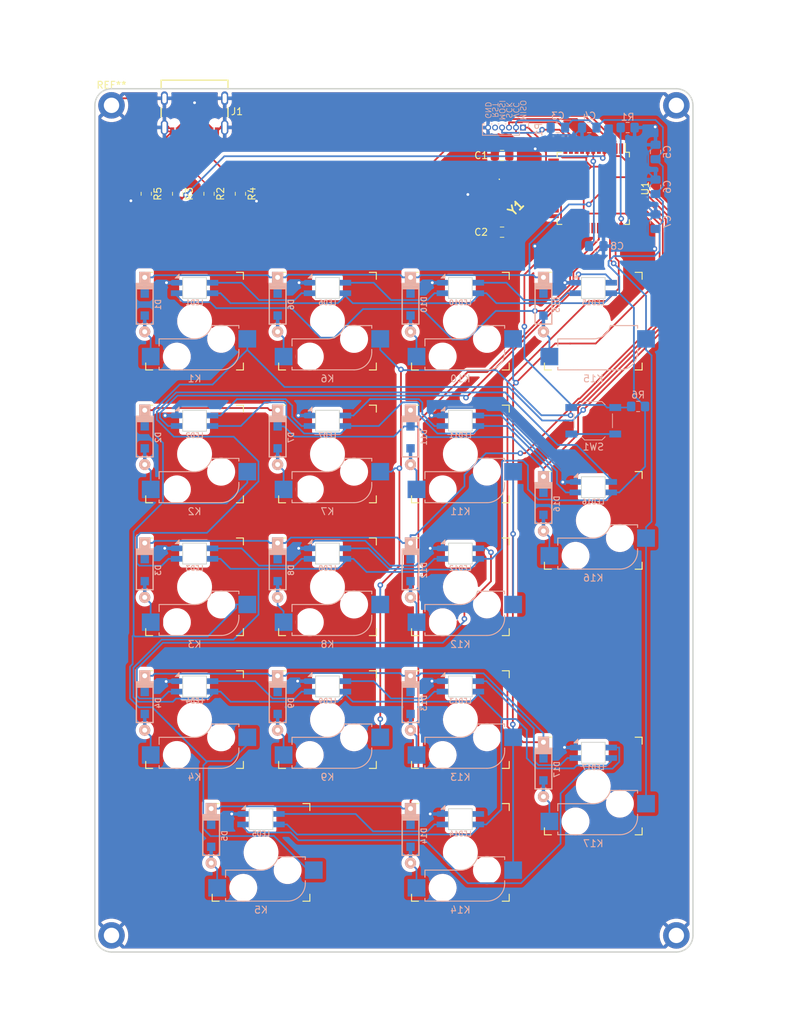
<source format=kicad_pcb>
(kicad_pcb (version 20211014) (generator pcbnew)
  (title_block (title "Macro Pad PCB") (date "2022-01-23") (rev "v1.0.0") (company "Omar Rahman"))
  (layers (0 "F.Cu" signal) (31 "B.Cu" signal) (34 "B.Paste" user) (35 "F.Paste" user) (36 "B.SilkS" user "B.Silkscreen") (37 "F.SilkS" user "F.Silkscreen") (38 "B.Mask" user) (39 "F.Mask" user) (44 "Edge.Cuts" user))
  (net 0 "")
  (net 1 "+5V")
  (net 2 "VCC")
  (net 3 "Net-(C8-Pad2)")
  (net 4 "Net-(D1-Pad2)")
  (net 5 "/row0")
  (net 6 "Net-(D2-Pad2)")
  (net 7 "/row1")
  (net 8 "Net-(D3-Pad2)")
  (net 9 "/row2")
  (net 10 "Net-(D4-Pad2)")
  (net 11 "/row3")
  (net 12 "Net-(D5-Pad2)")
  (net 13 "/row4")
  (net 14 "Net-(D6-Pad2)")
  (net 15 "Net-(D7-Pad2)")
  (net 16 "Net-(D8-Pad2)")
  (net 17 "Net-(D10-Pad2)")
  (net 18 "Net-(D11-Pad2)")
  (net 19 "Net-(D12-Pad2)")
  (net 20 "Net-(D13-Pad2)")
  (net 21 "Net-(D14-Pad2)")
  (net 22 "Net-(D15-Pad2)")
  (net 23 "Net-(D16-Pad2)")
  (net 24 "Net-(D17-Pad2)")
  (net 25 "/SCK")
  (net 26 "/col0")
  (net 27 "/col1")
  (net 28 "/col2")
  (net 29 "/col3")
  (net 30 "Net-(R3-Pad2)")
  (net 33 "/MOSI")
  (net 34 "/MISO")
  (net 35 "GND")
  (net 47 "Net-(D9-Pad2)")
  (net 48 "Net-(LED1-Pad2)")
  (net 49 "Net-(LED2-Pad2)")
  (net 50 "Net-(LED3-Pad2)")
  (net 51 "Net-(LED4-Pad2)")
  (net 52 "Net-(LED14-Pad4)")
  (net 53 "Net-(LED10-Pad4)")
  (net 54 "Net-(LED11-Pad4)")
  (net 55 "Net-(LED12-Pad4)")
  (net 56 "Net-(LED13-Pad4)")
  (net 57 "Net-(LED10-Pad2)")
  (net 58 "Net-(LED11-Pad2)")
  (net 59 "Net-(LED13-Pad2)")
  (net 61 "Net-(C1-Pad1)")
  (net 62 "Net-(C2-Pad1)")
  (net 63 "/DIn1")
  (net 64 "/DOut15")
  (net 65 "/DOut16")
  (net 66 "/DOut12")
  (net 67 "/DOut17")
  (net 68 "/RST")
  (net 69 "Net-(R1-Pad1)")
  (net 70 "Net-(R2-Pad2)")
  (net 73 "/D-")
  (net 74 "/D+")
  (net 75 "/CC2")
  (net 76 "/CC1")
  (net 77 "Net-(R6-Pad2)")
  (footprint "keyswitches:Kailh_socket_MX_platemount" (layer "F.Cu") (at 171.45 130.9687 180)
    (fp_text reference "K5")
    (fp_text value "KEYSW")
  )
  (footprint "USB4105-GF-A:GCT_USB4105-GF-A" (layer "F.Cu") (at 161.925 22.8 180)
    (fp_text reference "J1")
    (fp_text value "USB4105-GF-A")
  )
  (footprint "keyswitches:Kailh_socket_MX_platemount" (layer "F.Cu") (at 180.975 111.9187 180)
    (fp_text reference "K9")
    (fp_text value "KEYSW")
  )
  (footprint "keyswitches:Kailh_socket_MX_platemount" (layer "F.Cu") (at 200.025 92.8687 180)
    (fp_text reference "K12")
    (fp_text value "KEYSW")
  )
  (footprint "Resistor_SMD:R_0805_2012Metric_Pad1.20x1.40mm_HandSolder" (layer "F.Cu") (at 155 36.5 -90)
    (fp_text reference "R5")
    (fp_text value "5k1")
  )
  (footprint "keyswitches:Kailh_socket_MX_platemount" (layer "F.Cu") (at 219.075 83.3437 180)
    (fp_text reference "K16")
    (fp_text value "KEYSW")
  )
  (footprint "" (layer "F.Cu") (at 230.98125 23.8125)
    (fp_text reference "")
    (fp_text value "")
  )
  (footprint "keyswitches:Kailh_socket_MX_platemount" (layer "F.Cu") (at 180.975 73.8187 180)
    (fp_text reference "K7")
    (fp_text value "KEYSW")
  )
  (footprint "Resistor_SMD:R_0805_2012Metric_Pad1.20x1.40mm_HandSolder" (layer "F.Cu") (at 168.5 36.5 -90)
    (fp_text reference "R4")
    (fp_text value "5k1")
  )
  (footprint "Resistor_SMD:R_0805_2012Metric_Pad1.20x1.40mm_HandSolder" (layer "F.Cu") (at 159.5 36.5 -90)
    (fp_text reference "R3")
    (fp_text value "22")
  )
  (footprint "keyswitches:Kailh_socket_MX_platemount" (layer "F.Cu") (at 180.975 54.7687 180)
    (fp_text reference "K6")
    (fp_text value "KEYSW")
  )
  (footprint "keyswitches:Kailh_socket_MX_platemount" (layer "F.Cu") (at 161.925 54.7687 180)
    (fp_text reference "K1")
    (fp_text value "KEYSW")
  )
  (footprint "Resistor_SMD:R_0805_2012Metric_Pad1.20x1.40mm_HandSolder" (layer "F.Cu") (at 164 36.5 -90)
    (fp_text reference "R2")
    (fp_text value "22")
  )
  (footprint "FA_238:FA238160000MBC3" (layer "F.Cu") (at 206 36.5 -135)
    (fp_text reference "Y1")
    (fp_text value "FA-238_16.0000MB-C3" hide)
  )
  (footprint "keyswitches:Kailh_socket_MX_platemount" (layer "F.Cu") (at 200.025 111.9187 180)
    (fp_text reference "K13")
    (fp_text value "KEYSW")
  )
  (footprint "keyswitches:Kailh_socket_MX_platemount" (layer "F.Cu") (at 161.925 73.8187 180)
    (fp_text reference "K2")
    (fp_text value "KEYSW")
  )
  (footprint "keyswitches:Kailh_socket_MX_platemount" (layer "F.Cu") (at 180.975 92.8687 180)
    (fp_text reference "K8")
    (fp_text value "KEYSW")
  )
  (footprint "Package_QFP:TQFP-44_10x10mm_P0.8mm" (layer "F.Cu") (at 219.075 35.7187 -90)
    (fp_text reference "U1")
    (fp_text value "ATMEGA32U4")
  )
  (footprint "MountingHole:MountingHole_2.2mm_M2_DIN965_Pad" (layer "F.Cu") (at 150.01875 23.8125)
    (fp_text reference "REF**")
    (fp_text value "MountingHole_2.2mm_M2_DIN965_Pad")
  )
  (footprint "keyswitches:Kailh_socket_MX_platemount" (layer "F.Cu") (at 161.925 92.8687 180)
    (fp_text reference "K3")
    (fp_text value "KEYSW")
  )
  (footprint "" (layer "F.Cu") (at 230.98125 142.875)
    (fp_text reference "")
    (fp_text value "")
  )
  (footprint "keyswitches:Kailh_socket_MX_platemount" (layer "F.Cu") (at 219.075 121.4437 180)
    (fp_text reference "K17")
    (fp_text value "KEYSW")
  )
  (footprint "Capacitor_SMD:C_0805_2012Metric_Pad1.18x1.45mm_HandSolder" (layer "F.Cu") (at 206 31 180)
    (fp_text reference "C1")
    (fp_text value "22p")
  )
  (footprint "keyswitches:Kailh_socket_MX_platemount" (layer "F.Cu") (at 200.025 73.8187 180)
    (fp_text reference "K11")
    (fp_text value "KEYSW")
  )
  (footprint "keyswitches:Kailh_socket_MX_platemount" (layer "F.Cu") (at 200.025 54.7687 180)
    (fp_text reference "K10")
    (fp_text value "KEYSW")
  )
  (footprint "keyswitches:Kailh_socket_MX_platemount" (layer "F.Cu") (at 200.025 130.9687 180)
    (fp_text reference "K14")
    (fp_text value "KEYSW")
  )
  (footprint "keyswitches:Kailh_socket_MX_platemount" (layer "F.Cu") (at 161.925 111.91875 180)
    (fp_text reference "K4")
    (fp_text value "KEYSW")
  )
  (footprint "Capacitor_SMD:C_0805_2012Metric_Pad1.18x1.45mm_HandSolder" (layer "F.Cu") (at 206 42 180)
    (fp_text reference "C2")
    (fp_text value "22p")
  )
  (footprint "RamenLogo:RamenLogo" (layer "F.Cu") (at 219.1 105.5)
    (fp_text reference "Ramen Pad")
    (fp_text value "LOGO" hide)
  )
  (footprint "" (layer "F.Cu") (at 150.01875 142.875)
    (fp_text reference "")
    (fp_text value "")
  )
  (footprint "keyswitches:Kailh_socket_MX_platemount" (layer "F.Cu") (at 219.075 54.7687 180)
    (fp_text reference "K15")
    (fp_text value "KEYSW")
  )
  (footprint "Resistor_SMD:R_0805_2012Metric_Pad1.20x1.40mm_HandSolder" (layer "B.Cu") (at 225.5 67 180)
    (fp_text reference "R6")
    (fp_text value "10k")
  )
  (footprint "keyboard_parts:D_SOD123_axial" (layer "B.Cu") (at 192.8813 90.4875 -90)
    (fp_text reference "D12")
    (fp_text value "D" hide)
  )
  (footprint "Keebio-Parts:SK6812-MINI-E" (layer "B.Cu") (at 200.025 88.1062 180)
    (fp_text reference "LED12")
    (fp_text value "SK6812MINI-E" hide)
    (fp_line (start -1.7 1.5) (end 1.7 1.5) (layer "Edge.Cuts") (width 0.12))
    (fp_line (start -1.7 -1.5) (end -1.7 1.5) (layer "Edge.Cuts") (width 0.12))
    (fp_line (start 1.7 -1.5) (end -1.7 -1.5) (layer "Edge.Cuts") (width 0.12))
    (fp_line (start 1.7 1.5) (end 1.7 -1.5) (layer "Edge.Cuts") (width 0.12))
  )
  (footprint "keyboard_parts:D_SOD123_axial" (layer "B.Cu") (at 192.8813 128.5875 -90)
    (fp_text reference "D14")
    (fp_text value "D" hide)
  )
  (footprint "Keebio-Parts:SK6812-MINI-E" (layer "B.Cu") (at 161.925 88.1062 180)
    (fp_text reference "LED3")
    (fp_text value "SK6812MINI-E" hide)
    (fp_line (start -1.7 1.5) (end 1.7 1.5) (layer "Edge.Cuts") (width 0.12))
    (fp_line (start -1.7 -1.5) (end -1.7 1.5) (layer "Edge.Cuts") (width 0.12))
    (fp_line (start 1.7 1.5) (end 1.7 -1.5) (layer "Edge.Cuts") (width 0.12))
    (fp_line (start 1.7 -1.5) (end -1.7 -1.5) (layer "Edge.Cuts") (width 0.12))
  )
  (footprint "Capacitor_SMD:C_0805_2012Metric_Pad1.18x1.45mm_HandSolder" (layer "B.Cu") (at 228 40.5 90)
    (fp_text reference "C7")
    (fp_text value "4.7u")
  )
  (footprint "keyboard_parts:D_SOD123_axial" (layer "B.Cu") (at 173.8313 90.4875 -90)
    (fp_text reference "D8")
    (fp_text value "D" hide)
  )
  (footprint "keyboard_parts:D_SOD123_axial" (layer "B.Cu") (at 173.8313 52.3875 -90)
    (fp_text reference "D6")
    (fp_text value "D" hide)
  )
  (footprint "Keebio-Parts:SK6812-MINI-E" (layer "B.Cu") (at 219.075 50.0062 180)
    (fp_text reference "LED15")
    (fp_text value "SK6812MINI-E" hide)
    (fp_line (start 1.7 1.5) (end 1.7 -1.5) (layer "Edge.Cuts") (width 0.12))
    (fp_line (start -1.7 1.5) (end 1.7 1.5) (layer "Edge.Cuts") (width 0.12))
    (fp_line (start 1.7 -1.5) (end -1.7 -1.5) (layer "Edge.Cuts") (width 0.12))
    (fp_line (start -1.7 -1.5) (end -1.7 1.5) (layer "Edge.Cuts") (width 0.12))
  )
  (footprint "Keebio-Parts:SK6812-MINI-E" (layer "B.Cu") (at 161.925 69.0562 180)
    (fp_text reference "LED2")
    (fp_text value "SK6812MINI-E" hide)
    (fp_line (start -1.7 1.5) (end 1.7 1.5) (layer "Edge.Cuts") (width 0.12))
    (fp_line (start 1.7 -1.5) (end -1.7 -1.5) (layer "Edge.Cuts") (width 0.12))
    (fp_line (start 1.7 1.5) (end 1.7 -1.5) (layer "Edge.Cuts") (width 0.12))
    (fp_line (start -1.7 -1.5) (end -1.7 1.5) (layer "Edge.Cuts") (width 0.12))
  )
  (footprint "Keebio-Parts:SK6812-MINI-E" (layer "B.Cu") (at 200.025 107.1562 180)
    (fp_text reference "LED13")
    (fp_text value "SK6812MINI-E" hide)
    (fp_line (start 1.7 -1.5) (end -1.7 -1.5) (layer "Edge.Cuts") (width 0.12))
    (fp_line (start -1.7 1.5) (end 1.7 1.5) (layer "Edge.Cuts") (width 0.12))
    (fp_line (start 1.7 1.5) (end 1.7 -1.5) (layer "Edge.Cuts") (width 0.12))
    (fp_line (start -1.7 -1.5) (end -1.7 1.5) (layer "Edge.Cuts") (width 0.12))
  )
  (footprint "keyboard_parts:D_SOD123_axial" (layer "B.Cu") (at 154.7813 90.4875 -90)
    (fp_text reference "D3")
    (fp_text value "D" hide)
  )
  (footprint "Keebio-Parts:SK6812-MINI-E" (layer "B.Cu") (at 161.925 107.1562 180)
    (fp_text reference "LED4")
    (fp_text value "SK6812MINI-E" hide)
    (fp_line (start -1.7 -1.5) (end -1.7 1.5) (layer "Edge.Cuts") (width 0.12))
    (fp_line (start 1.7 1.5) (end 1.7 -1.5) (layer "Edge.Cuts") (width 0.12))
    (fp_line (start 1.7 -1.5) (end -1.7 -1.5) (layer "Edge.Cuts") (width 0.12))
    (fp_line (start -1.7 1.5) (end 1.7 1.5) (layer "Edge.Cuts") (width 0.12))
  )
  (footprint "Capacitor_SMD:C_0805_2012Metric_Pad1.18x1.45mm_HandSolder" (layer "B.Cu") (at 218.5 27 180)
    (fp_text reference "C4")
    (fp_text value "0.1u")
  )
  (footprint "keyboard_parts:D_SOD123_axial" (layer "B.Cu") (at 211.9313 52.3875 -90)
    (fp_text reference "D15")
    (fp_text value "D" hide)
  )
  (footprint "keyboard_parts:D_SOD123_axial" (layer "B.Cu") (at 211.9313 119.0625 -90)
    (fp_text reference "D17")
    (fp_text value "D" hide)
  )
  (footprint "Keebio-Parts:SK6812-MINI-E" (layer "B.Cu") (at 171.45 126.2062 180)
    (fp_text reference "LED5")
    (fp_text value "SK6812MINI-E" hide)
    (fp_line (start -1.7 -1.5) (end -1.7 1.5) (layer "Edge.Cuts") (width 0.12))
    (fp_line (start 1.7 -1.5) (end -1.7 -1.5) (layer "Edge.Cuts") (width 0.12))
    (fp_line (start -1.7 1.5) (end 1.7 1.5) (layer "Edge.Cuts") (width 0.12))
    (fp_line (start 1.7 1.5) (end 1.7 -1.5) (layer "Edge.Cuts") (width 0.12))
  )
  (footprint "Keebio-Parts:SK6812-MINI-E" (layer "B.Cu") (at 200.025 69.0562 180)
    (fp_text reference "LED11")
    (fp_text value "SK6812MINI-E" hide)
    (fp_line (start -1.7 1.5) (end 1.7 1.5) (layer "Edge.Cuts") (width 0.12))
    (fp_line (start 1.7 -1.5) (end -1.7 -1.5) (layer "Edge.Cuts") (width 0.12))
    (fp_line (start -1.7 -1.5) (end -1.7 1.5) (layer "Edge.Cuts") (width 0.12))
    (fp_line (start 1.7 1.5) (end 1.7 -1.5) (layer "Edge.Cuts") (width 0.12))
  )
  (footprint "Keebio-Parts:SK6812-MINI-E" (layer "B.Cu") (at 219.075 116.6812 180)
    (fp_text reference "LED17")
    (fp_text value "SK6812MINI-E" hide)
    (fp_line (start 1.7 -1.5) (end -1.7 -1.5) (layer "Edge.Cuts") (width 0.12))
    (fp_line (start 1.7 1.5) (end 1.7 -1.5) (layer "Edge.Cuts") (width 0.12))
    (fp_line (start -1.7 1.5) (end 1.7 1.5) (layer "Edge.Cuts") (width 0.12))
    (fp_line (start -1.7 -1.5) (end -1.7 1.5) (layer "Edge.Cuts") (width 0.12))
  )
  (footprint "Keebio-Parts:SK6812-MINI-E" (layer "B.Cu") (at 219.075 78.5812 180)
    (fp_text reference "LED16")
    (fp_text value "SK6812MINI-E" hide)
    (fp_line (start -1.7 -1.5) (end -1.7 1.5) (layer "Edge.Cuts") (width 0.12))
    (fp_line (start 1.7 -1.5) (end -1.7 -1.5) (layer "Edge.Cuts") (width 0.12))
    (fp_line (start 1.7 1.5) (end 1.7 -1.5) (layer "Edge.Cuts") (width 0.12))
    (fp_line (start -1.7 1.5) (end 1.7 1.5) (layer "Edge.Cuts") (width 0.12))
  )
  (footprint "Keebio-Parts:SK6812-MINI-E" (layer "B.Cu") (at 200.025 126.2062 180)
    (fp_text reference "LED14")
    (fp_text value "SK6812MINI-E" hide)
    (fp_line (start -1.7 1.5) (end 1.7 1.5) (layer "Edge.Cuts") (width 0.12))
    (fp_line (start -1.7 -1.5) (end -1.7 1.5) (layer "Edge.Cuts") (width 0.12))
    (fp_line (start 1.7 -1.5) (end -1.7 -1.5) (layer "Edge.Cuts") (width 0.12))
    (fp_line (start 1.7 1.5) (end 1.7 -1.5) (layer "Edge.Cuts") (width 0.12))
  )
  (footprint "keyboard_parts:D_SOD123_axial" (layer "B.Cu") (at 192.8813 109.5375 -90)
    (fp_text reference "D13")
    (fp_text value "D" hide)
  )
  (footprint "Resistor_SMD:R_0805_2012Metric_Pad1.20x1.40mm_HandSolder" (layer "B.Cu") (at 224 27)
    (fp_text reference "R1")
    (fp_text value "10k")
  )
  (footprint "keyboard_parts:D_SOD123_axial" (layer "B.Cu") (at 192.8813 71.4375 -90)
    (fp_text reference "D11")
    (fp_text value "D" hide)
  )
  (footprint "Connector_PinSocket_1.00mm:PinSocket_1x06_P1.00mm_Vertical" (layer "B.Cu") (at 209 27 90)
    (fp_text reference "P1")
    (fp_text value "CONN_3X2")
  )
  (footprint "keyboard_parts:D_SOD123_axial" (layer "B.Cu") (at 164.3063 128.5875 -90)
    (fp_text reference "D5")
    (fp_text value "D" hide)
  )
  (footprint "keyboard_parts:D_SOD123_axial" (layer "B.Cu") (at 173.8313 109.5375 -90)
    (fp_text reference "D9")
    (fp_text value "D" hide)
  )
  (footprint "Capacitor_SMD:C_0805_2012Metric_Pad1.18x1.45mm_HandSolder" (layer "B.Cu") (at 219.5 44 180)
    (fp_text reference "C8")
    (fp_text value "1u")
  )
  (footprint "keyboard_parts:D_SOD123_axial" (layer "B.Cu") (at 154.7813 109.5375 -90)
    (fp_text reference "D4")
    (fp_text value "D" hide)
  )
  (footprint "Capacitor_SMD:C_0805_2012Metric_Pad1.18x1.45mm_HandSolder" (layer "B.Cu") (at 228 30.5 90)
    (fp_text reference "C5")
    (fp_text value "0.1u")
  )
  (footprint "keyboard_parts:D_SOD123_axial" (layer "B.Cu") (at 173.8313 71.4375 -90)
    (fp_text reference "D7")
    (fp_text value "D" hide)
  )
  (footprint "Keebio-Parts:SK6812-MINI-E" (layer "B.Cu") (at 180.975 107.1562 180)
    (fp_text reference "LED9")
    (fp_text value "SK6812MINI-E" hide)
    (fp_line (start 1.7 -1.5) (end -1.7 -1.5) (layer "Edge.Cuts") (width 0.12))
    (fp_line (start -1.7 -1.5) (end -1.7 1.5) (layer "Edge.Cuts") (width 0.12))
    (fp_line (start -1.7 1.5) (end 1.7 1.5) (layer "Edge.Cuts") (width 0.12))
    (fp_line (start 1.7 1.5) (end 1.7 -1.5) (layer "Edge.Cuts") (width 0.12))
  )
  (footprint "Keebio-Parts:SK6812-MINI-E" (layer "B.Cu") (at 161.925 50.0062 180)
    (fp_text reference "LED1")
    (fp_text value "SK6812MINI-E" hide)
    (fp_line (start -1.7 -1.5) (end -1.7 1.5) (layer "Edge.Cuts") (width 0.12))
    (fp_line (start 1.7 1.5) (end 1.7 -1.5) (layer "Edge.Cuts") (width 0.12))
    (fp_line (start 1.7 -1.5) (end -1.7 -1.5) (layer "Edge.Cuts") (width 0.12))
    (fp_line (start -1.7 1.5) (end 1.7 1.5) (layer "Edge.Cuts") (width 0.12))
  )
  (footprint "Keebio-Parts:SK6812-MINI-E" (layer "B.Cu") (at 180.975 88.1062 180)
    (fp_text reference "LED8")
    (fp_text value "SK6812MINI-E" hide)
    (fp_line (start 1.7 -1.5) (end -1.7 -1.5) (layer "Edge.Cuts") (width 0.12))
    (fp_line (start -1.7 1.5) (end 1.7 1.5) (layer "Edge.Cuts") (width 0.12))
    (fp_line (start -1.7 -1.5) (end -1.7 1.5) (layer "Edge.Cuts") (width 0.12))
    (fp_line (start 1.7 1.5) (end 1.7 -1.5) (layer "Edge.Cuts") (width 0.12))
  )
  (footprint "keyboard_parts:D_SOD123_axial" (layer "B.Cu") (at 192.8813 52.3875 -90)
    (fp_text reference "D10")
    (fp_text value "D" hide)
  )
  (footprint "Capacitor_SMD:C_0805_2012Metric_Pad1.18x1.45mm_HandSolder" (layer "B.Cu") (at 214 27 180)
    (fp_text reference "C3")
    (fp_text value "0.1u")
  )
  (footprint "Capacitor_SMD:C_0805_2012Metric_Pad1.18x1.45mm_HandSolder" (layer "B.Cu") (at 228 35.5 90)
    (fp_text reference "C6")
    (fp_text value "0.1u")
  )
  (footprint "keyboard_parts:D_SOD123_axial" (layer "B.Cu") (at 154.7813 52.3875 -90)
    (fp_text reference "D1")
    (fp_text value "D" hide)
  )
  (footprint "Keebio-Parts:SK6812-MINI-E" (layer "B.Cu") (at 200.025 50.0062 180)
    (fp_text reference "LED10")
    (fp_text value "SK6812MINI-E" hide)
    (fp_line (start 1.7 -1.5) (end -1.7 -1.5) (layer "Edge.Cuts") (width 0.12))
    (fp_line (start -1.7 -1.5) (end -1.7 1.5) (layer "Edge.Cuts") (width 0.12))
    (fp_line (start 1.7 1.5) (end 1.7 -1.5) (layer "Edge.Cuts") (width 0.12))
    (fp_line (start -1.7 1.5) (end 1.7 1.5) (layer "Edge.Cuts") (width 0.12))
  )
  (footprint "Button_Switch_SMD:SW_SPST_TL3342" (layer "B.Cu") (at 219.075 69.0562)
    (fp_text reference "SW1")
    (fp_text value "Reset")
  )
  (footprint "Keebio-Parts:SK6812-MINI-E" (layer "B.Cu") (at 180.975 69.0562 180)
    (fp_text reference "LED7")
    (fp_text value "SK6812MINI-E" hide)
    (fp_line (start 1.7 -1.5) (end -1.7 -1.5) (layer "Edge.Cuts") (width 0.12))
    (fp_line (start 1.7 1.5) (end 1.7 -1.5) (layer "Edge.Cuts") (width 0.12))
    (fp_line (start -1.7 -1.5) (end -1.7 1.5) (layer "Edge.Cuts") (width 0.12))
    (fp_line (start -1.7 1.5) (end 1.7 1.5) (layer "Edge.Cuts") (width 0.12))
  )
  (footprint "Keebio-Parts:SK6812-MINI-E" (layer "B.Cu") (at 180.975 50.0062 180)
    (fp_text reference "LED6")
    (fp_text value "SK6812MINI-E" hide)
    (fp_line (start -1.7 1.5) (end 1.7 1.5) (layer "Edge.Cuts") (width 0.12))
    (fp_line (start 1.7 -1.5) (end -1.7 -1.5) (layer "Edge.Cuts") (width 0.12))
    (fp_line (start -1.7 -1.5) (end -1.7 1.5) (layer "Edge.Cuts") (width 0.12))
    (fp_line (start 1.7 1.5) (end 1.7 -1.5) (layer "Edge.Cuts") (width 0.12))
  )
  (footprint "keyboard_parts:D_SOD123_axial" (layer "B.Cu") (at 154.7813 71.4375 -90)
    (fp_text reference "D2")
    (fp_text value "D" hide)
  )
  (footprint "keyboard_parts:D_SOD123_axial" (layer "B.Cu") (at 211.9313 80.9625 -90)
    (fp_text reference "D16")
    (fp_text value "D" hide)
  )
  (gr_line (start 150.01875 145.25625) (end 230.98125 145.25625) (layer "Edge.Cuts") (width 0.2))
  (gr_line (start 230.98125 21.43125) (end 150.01875 21.43125) (layer "Edge.Cuts") (width 0.2))
  (gr_arc (start 230.98125 21.43125) (mid 232.665048 22.128702) (end 233.3625 23.8125) (layer "Edge.Cuts") (width 0.2))
  (gr_arc (start 150.01875 145.25625) (mid 148.334952 144.558798) (end 147.6375 142.875) (layer "Edge.Cuts") (width 0.2))
  (gr_line (start 233.3625 142.875) (end 233.3625 23.8125) (layer "Edge.Cuts") (width 0.2))
  (gr_line (start 147.6375 23.8125) (end 147.6375 142.875) (layer "Edge.Cuts") (width 0.2))
  (gr_arc (start 233.3625 142.875) (mid 232.665048 144.558798) (end 230.98125 145.25625) (layer "Edge.Cuts") (width 0.2))
  (gr_arc (start 147.6375 23.8125) (mid 148.334952 22.128702) (end 150.01875 21.43125) (layer "Edge.Cuts") (width 0.2))
  (gr_text "MOSI" (at 206 24.5 270) (layer "B.SilkS") (effects (font (size 0.8 0.8) (thickness 0.1)) (justify mirror)))
  (gr_text "MISO" (at 209 24.5 270) (layer "B.SilkS") (effects (font (size 0.8 0.8) (thickness 0.1)) (justify mirror)))
  (gr_text "VCC" (at 208 24.5 270) (layer "B.SilkS") (effects (font (size 0.8 0.8) (thickness 0.1)) (justify mirror)))
  (gr_text "SCK" (at 207 24.5 270) (layer "B.SilkS") (effects (font (size 0.8 0.8) (thickness 0.1)) (justify mirror)))
  (gr_text "RST" (at 205 24.5 270) (layer "B.SilkS") (effects (font (size 0.8 0.8) (thickness 0.1)) (justify mirror)))
  (gr_text "GND" (at 204 24.5 270) (layer "B.SilkS") (effects (font (size 0.8 0.8) (thickness 0.1)) (justify mirror)))
  (segment (start 215.925 70.9562) (end 222.225 70.9562) (width 0.25) (layer "B.Cu") (net 1))
  (segment (start 218.275 30.0187) (end 218.275 31.094) (width 0.25) (layer "F.Cu") (net 2))
  (segment (start 218.7965 32.6085) (end 220.7605 32.6085) (width 0.25) (layer "F.Cu") (net 2))
  (segment (start 194.660175 29.765625) (end 199.549 24.8768) (width 0.25) (layer "F.Cu") (net 2))
  (segment (start 218.2084 24.8768) (end 222.275 28.9434) (width 0.25) (layer "F.Cu") (net 2))
  (segment (start 218.7965 32.6085) (end 217.7009 33.7041) (width 0.25) (layer "F.Cu") (net 2))
  (segment (start 217.7009 33.7041) (end 217.7009 39.3345) (width 0.25) (layer "F.Cu") (net 2))
  (segment (start 164.325 26.979273) (end 164.325 27.555) (width 0.25) (layer "F.Cu") (net 2))
  (segment (start 218.0754 31.8874) (end 218.7965 32.6085) (width 0.25) (layer "F.Cu") (net 2))
  (segment (start 222.275 30.0187) (end 222.275 31.094) (width 0.25) (layer "F.Cu") (net 2))
  (segment (start 163.601696 26.255969) (end 164.325 26.979273) (width 0.25) (layer "F.Cu") (net 2))
  (segment (start 159.525 27.555) (end 159.525 26.979273) (width 0.25) (layer "F.Cu") (net 2))
  (segment (start 218.275 31.094) (end 218.0754 31.2936) (width 0.25) (layer "F.Cu") (net 2))
  (segment (start 223.075 31.094) (end 223.6997 31.7187) (width 0.25) (layer "F.Cu") (net 2))
  (segment (start 224.775 39.7187) (end 224.0838 39.7187) (width 0.25) (layer "F.Cu") (net 2))
  (segment (start 223.6996 39.3345) (end 217.7009 39.3345) (width 0.25) (layer "F.Cu") (net 2))
  (segment (start 208 27.7503) (end 209.5064 27.7503) (width 0.25) (layer "F.Cu") (net 2))
  (segment (start 213.375 33.3187) (end 212.2997 33.3187) (width 0.25) (layer "F.Cu") (net 2))
  (segment (start 218.0754 31.2936) (end 218.0754 31.8874) (width 0.25) (layer "F.Cu") (net 2))
  (segment (start 164.325 28.525) (end 164.325 27.555) (width 0.25) (layer "F.Cu") (net 2))
  (segment (start 217.7009 39.3345) (end 216.8839 39.3345) (width 0.25) (layer "F.Cu") (net 2))
  (segment (start 222.275 28.9434) (end 222.275 30.0187) (width 0.25) (layer "F.Cu") (net 2))
  (segment (start 212.2997 31.093) (end 212.2997 33.3187) (width 0.25) (layer "F.Cu") (net 2))
  (segment (start 224.0838 39.7187) (end 223.6996 39.3345) (width 0.25) (layer "F.Cu") (net 2))
  (segment (start 212.2997 30.5436) (end 212.2997 31.093) (width 0.25) (layer "F.Cu") (net 2))
  (segment (start 218.0754 31.2936) (end 214.6499 31.2936) (width 0.25) (layer "F.Cu") (net 2))
  (segment (start 224.775 31.7187) (end 223.6997 31.7187) (width 0.25) (layer "F.Cu") (net 2))
  (segment (start 194.660175 29.765625) (end 165.565625 29.765625) (width 0.25) (layer "F.Cu") (net 2))
  (segment (start 216.8839 39.3345) (end 215.875 40.3434) (width 0.25) (layer "F.Cu") (net 2))
  (segment (start 159.525 26.979273) (end 160.248304 26.255969) (width 0.25) (layer "F.Cu") (net 2))
  (segment (start 160.248304 26.255969) (end 163.601696 26.255969) (width 0.25) (layer "F.Cu") (net 2))
  (segment (start 214.6499 31.2936) (end 214.4493 31.093) (width 0.25) (layer "F.Cu") (net 2))
  (segment (start 220.7605 32.6085) (end 222.275 31.094) (width 0.25) (layer "F.Cu") (net 2))
  (segment (start 199.549 24.8768) (end 218.2084 24.8768) (width 0.25) (layer "F.Cu") (net 2))
  (segment (start 214.4493 31.093) (end 212.2997 31.093) (width 0.25) (layer "F.Cu") (net 2))
  (segment (start 222.275 31.094) (end 223.075 31.094) (width 0.25) (layer "F.Cu") (net 2))
  (segment (start 165.565625 29.765625) (end 164.325 28.525) (width 0.25) (layer "F.Cu") (net 2))
  (segment (start 215.875 41.4187) (end 215.875 40.3434) (width 0.25) (layer "F.Cu") (net 2))
  (segment (start 209.5064 27.7503) (end 212.2997 30.5436) (width 0.25) (layer "F.Cu") (net 2))
  (segment (start 208 27) (end 208 27.7503) (width 0.25) (layer "F.Cu") (net 2))
  (segment (start 208.3011 25.9486) (end 213.9861 25.9486) (width 0.25) (layer "B.Cu") (net 2))
  (segment (start 174.7911 66.4121) (end 171.9509 66.4121) (width 0.25) (layer "B.Cu") (net 2))
  (segment (start 177.6373 70.8824) (end 175.0874 68.3325) (width 0.25) (layer "B.Cu") (net 2))
  (segment (start 224.9 65.4) (end 226.5 67) (width 0.25) (layer "B.Cu") (net 2))
  (segment (start 167.0824 90.2883) (end 165.6503 88.8562) (width 0.25) (layer "B.Cu") (net 2))
  (segment (start 171.0854 96.8634) (end 167.49832 100.45048) (width 0.25) (layer "B.Cu") (net 2))
  (segment (start 183.525 88.8562) (end 183.525 89.2365) (width 0.25) (layer "B.Cu") (net 2))
  (segment (start 195.5489 90.4) (end 201.4066 90.4) (width 0.25) (layer "B.Cu") (net 2))
  (segment (start 186.5826 90.7385) (end 195.2104 90.7385) (width 0.25) (layer "B.Cu") (net 2))
  (segment (start 202.575 89.2316) (end 202.575 88.8562) (width 0.25) (layer "B.Cu") (net 2))
  (segment (start 183.525 50.7562) (end 183.525 51.1165) (width 0.25) (layer "B.Cu") (net 2))
  (segment (start 175.1753 126.9562) (end 176.6167 128.3976) (width 0.25) (layer "B.Cu") (net 2))
  (segment (start 183.525 51.1165) (end 182.4532 52.1883) (width 0.25) (layer "B.Cu") (net 2))
  (segment (start 229.0513 35.4862) (end 228 36.5375) (width 0.25) (layer "B.Cu") (net 2))
  (segment (start 218.4825 25.945) (end 216.0925 25.945) (width 0.25) (layer "B.Cu") (net 2))
  (segment (start 153.8439 109.3582) (end 158.8104 109.3582) (width 0.25) (layer "B.Cu") (net 2))
  (segment (start 182.4532 52.1883) (end 167.0824 52.1883) (width 0.25) (layer "B.Cu") (net 2))
  (segment (start 220.6271 25.9104) (end 219.5375 27) (width 0.25) (layer "B.Cu") (net 2))
  (segment (start 213.2329 80.4654) (end 220.8592 80.4654) (width 0.25) (layer "B.Cu") (net 2))
  (segment (start 210.9981 118.9118) (end 209.5473 117.461) (width 0.25) (layer "B.Cu") (net 2))
  (segment (start 228 31.5375) (end 229.0513 32.5888) (width 0.25) (layer "B.Cu") (net 2))
  (segment (start 205.9 112.0182) (end 205.9 124.8065) (width 0.25) (layer "B.Cu") (net 2))
  (segment (start 229.0513 32.5888) (end 229.0513 35.4862) (width 0.25) (layer "B.Cu") (net 2))
  (segment (start 221.2688 46.8026) (end 222.8003 48.3341) (width 0.25) (layer "B.Cu") (net 2))
  (segment (start 175.0874 68.3325) (end 175.0874 66.7084) (width 0.25) (layer "B.Cu") (net 2))
  (segment (start 183.525 108.2746) (end 183.525 107.9062) (width 0.25) (layer "B.Cu") (net 2))
  (segment (start 209.5473 117.461) (end 209.5473 113.3692) (width 0.25) (layer "B.Cu") (net 2))
  (segment (start 205.9819 87.4097) (end 204.5354 88.8562) (width 0.25) (layer "B.Cu") (net 2))
  (segment (start 229.0592 37.5967) (end 229.0592 40.4783) (width 0.25) (layer "B.Cu") (net 2))
  (segment (start 228 36.5375) (end 229.0592 37.5967) (width 0.25) (layer "B.Cu") (net 2))
  (segment (start 202.575 108.3296) (end 202.575 107.9062) (width 0.25) (layer "B.Cu") (net 2))
  (segment (start 182.452 109.3476) (end 183.525 108.2746) (width 0.25) (layer "B.Cu") (net 2))
  (segment (start 209.5473 113.3692) (end 208.0145 111.8364) (width 0.25) (layer "B.Cu") (net 2))
  (segment (start 167.0824 52.1883) (end 165.6503 50.7562) (width 0.25) (layer "B.Cu") (net 2))
  (segment (start 206.0901 74.7833) (end 205.9819 74.8915) (width 0.25) (layer "B.Cu") (net 2))
  (segment (start 188.3276 69.8062) (end 183.525 69.8062) (width 0.25) (layer "B.Cu") (net 2))
  (segment (start 201.8713 70.8816) (end 196.7382 70.8816) (width 0.25) (layer "B.Cu") (net 2))
  (segment (start 175.0874 66.7084) (end 174.7911 66.4121) (width 0.25) (layer "B.Cu") (net 2))
  (segment (start 203.7503 69.8062) (end 206.7503 69.8062) (width 0.25) (layer "B.Cu") (net 2))
  (segment (start 219.5375 27) (end 218.4825 25.945) (width 0.25) (layer "B.Cu") (net 2))
  (segment (start 195.2104 90.7385) (end 195.5489 90.4) (width 0.25) (layer "B.Cu") (net 2))
  (segment (start 209.0328 74.7833) (end 206.0901 74.7833) (width 0.25) (layer "B.Cu") (net 2))
  (segment (start 228.0006 25.9104) (end 220.6271 25.9104) (width 0.25) (layer "B.Cu") (net 2))
  (segment (start 163.8702 108.9) (end 164.475 108.2952) (width 0.25) (layer "B.Cu") (net 2))
  (segment (start 221.625 117.4312) (end 221.625 117.907) (width 0.25) (layer "B.Cu") (net 2))
  (segment (start 228 41.5375) (end 228.5854 42.1229) (width 0.25) (layer "B.Cu") (net 2))
  (segment (start 222.0128 45.4422) (end 221.2688 46.1862) (width 0.25) (layer "B.Cu") (net 2))
  (segment (start 213.1086 76.1645) (end 213.1086 80.3411) (width 0.25) (layer "B.Cu") (net 2))
  (segment (start 229.0569 26.9667) (end 228.0006 25.9104) (width 0.25) (layer "B.Cu") (net 2))
  (segment (start 228.5854 42.1229) (end 228.5854 44.7029) (width 0.25) (layer "B.Cu") (net 2))
  (segment (start 213.1086 80.3411) (end 211.153 80.3411) (width 0.25) (layer "B.Cu") (net 2))
  (segment (start 164.475 88.8562) (end 165.6503 88.8562) (width 0.25) (layer "B.Cu") (net 2))
  (segment (start 202.575 51.1246) (end 202.575 50.7562) (width 0.25) (layer "B.Cu") (net 2))
  (segment (start 208 26.2497) (end 208.3011 25.9486) (width 0.25) (layer "B.Cu") (net 2))
  (segment (start 165.6503 107.9062) (end 167.0917 109.3476) (width 0.25) (layer "B.Cu") (net 2))
  (segment (start 171.9509 66.4121) (end 168.5568 69.8062) (width 0.25) (layer "B.Cu") (net 2))
  (segment (start 220.5732 52.1883) (end 205.1824 52.1883) (width 0.25) (layer "B.Cu") (net 2))
  (segment (start 202.575 50.7562) (end 203.7503 50.7562) (width 0.25) (layer "B.Cu") (net 2))
  (segment (start 213.1086 80.3411) (end 213.2329 80.4654) (width 0.25) (layer "B.Cu") (net 2))
  (segment (start 157.19622 100.45048) (end 153.1715 104.4752) (width 0.25) (layer "B.Cu") (net 2))
  (segment (start 222.8003 50.7562) (end 224.9 52.8559) (width 0.25) (layer "B.Cu") (net 2))
  (segment (start 216.2907 118.9118) (end 210.9981 118.9118) (width 0.25) (layer "B.Cu") (net 2))
  (segment (start 213.9861 25.9486) (end 215.0375 27) (width 0.25) (layer "B.Cu") (net 2))
  (segment (start 221.625 117.907) (end 221.0256 118.5064) (width 0.25) (layer "B.Cu") (net 2))
  (segment (start 221.625 79.6996) (end 221.625 79.3312) (width 0.25) (layer "B.Cu") (net 2))
  (segment (start 209.7119 75.4624) (end 209.0328 74.7833) (width 0.25) (layer "B.Cu") (net 2))
  (segment (start 224.9 52.8559) (end 224.9 65.4) (width 0.25) (layer "B.Cu") (net 2))
  (segment (start 164.475 108.2952) (end 164.475 107.9062) (width 0.25) (layer "B.Cu") (net 2))
  (segment (start 183.525 69.8062) (end 183.525 70.2314) (width 0.25) (layer "B.Cu") (net 2))
  (segment (start 202.575 69.8062) (end 202.575 70.1779) (width 0.25) (layer "B.Cu") (net 2))
  (segment (start 184.7003 88.8562) (end 186.5826 90.7385) (width 0.25) (layer "B.Cu") (net 2))
  (segment (start 201.4066 90.4) (end 202.575 89.2316) (width 0.25) (layer "B.Cu") (net 2))
  (segment (start 205.9 124.8065) (end 203.7503 126.9562) (width 0.25) (layer "B.Cu") (net 2))
  (segment (start 226.5 75.6315) (end 226.5 67) (width 0.25) (layer "B.Cu") (net 2))
  (segment (start 158.8104 109.3582) (end 159.2686 108.9) (width 0.25) (layer "B.Cu") (net 2))
  (segment (start 191.7217 66.4121) (end 188.3276 69.8062) (width 0.25) (layer "B.Cu") (net 2))
  (segment (start 229.0592 40.4783) (end 228 41.5375) (width 0.25) (layer "B.Cu") (net 2))
  (segment (start 184.5958 109.3454) (end 201.5592 109.3454) (width 0.25) (layer "B.Cu") (net 2))
  (segment (start 171.0854 90.2883) (end 171.0854 96.8634) (width 0.25) (layer "B.Cu") (net 2))
  (segment (start 183.525 70.2314) (end 182.874 70.8824) (width 0.25) (layer "B.Cu") (net 2))
  (segment (start 221.2688 46.1862) (end 221.2688 46.8026) (width 0.25) (layer "B.Cu") (net 2))
  (segment (start 228.5854 44.7029) (end 227.8461 45.4422) (width 0.25) (layer "B.Cu") (net 2))
  (segment (start 168.5568 69.8062) (end 164.475 69.8062) (width 0.25) (layer "B.Cu") (net 2))
  (segment (start 164.475 107.9062) (end 165.6503 107.9062) (width 0.25) (layer "B.Cu") (net 2))
  (segment (start 183.525 88.8562) (end 184.7003 88.8562) (width 0.25) (layer "B.Cu") (net 2))
  (segment (start 182.874 70.8824) (end 177.6373 70.8824) (width 0.25) (layer "B.Cu") (net 2))
  (segment (start 221.625 79.3312) (end 222.8003 79.3312) (width 0.25) (layer "B.Cu") (net 2))
  (segment (start 183.525 108.2746) (end 184.5958 109.3454) (width 0.25) (layer "B.Cu") (net 2))
  (segment (start 182.4732 90.2883) (end 171.0854 90.2883) (width 0.25) (layer "B.Cu") (net 2))
  (segment (start 201.5592 109.3454) (end 202.575 108.3296) (width 0.25) (layer "B.Cu") (net 2))
  (segment (start 216.0925 25.945) (end 215.0375 27) (width 0.25) (layer "B.Cu") (net 2))
  (segment (start 206.7503 69.8062) (end 213.1086 76.1645) (width 0.25) (layer "B.Cu") (net 2))
  (segment (start 209.7119 78.9) (end 209.7119 75.4624) (width 0.25) (layer "B.Cu") (net 2))
  (segment (start 221.625 50.7562) (end 222.8003 50.7562) (width 0.25) (layer "B.Cu") (net 2))
  (segment (start 221.0256 118.5064) (end 216.6961 118.5064) (width 0.25) (layer "B.Cu") (net 2))
  (segment (start 176.6167 128.3976) (end 201.6 128.3976) (width 0.25) (layer "B.Cu") (net 2))
  (segment (start 227.8461 45.4422) (end 222.0128 45.4422) (width 0.25) (layer "B.Cu") (net 2))
  (segment (start 167.49832 100.45048) (end 157.19622 100.45048) (width 0.25) (layer "B.Cu") (net 2))
  (segment (start 153.1715 108.6858) (end 153.8439 109.3582) (width 0.25) (layer "B.Cu") (net 2))
  (segment (start 201.6 128.3976) (end 202.575 127.4226) (width 0.25) (layer "B.Cu") (net 2))
  (segment (start 228 31.5375) (end 229.0569 30.4806) (width 0.25) (layer "B.Cu") (net 2))
  (segment (start 220.8592 80.4654) (end 221.625 79.6996) (width 0.25) (layer "B.Cu") (net 2))
  (segment (start 205.9819 74.8915) (end 205.9819 87.4097) (width 0.25) (layer "B.Cu") (net 2))
  (segment (start 211.153 80.3411) (end 209.7119 78.9) (width 0.25) (layer "B.Cu") (net 2))
  (segment (start 206.0818 111.8364) (end 202.575 108.3296) (width 0.25) (layer "B.Cu") (net 2))
  (segment (start 184.6006 52.1921) (end 201.5075 52.1921) (width 0.25) (layer "B.Cu") (net 2))
  (segment (start 216.6961 118.5064) (end 216.2907 118.9118) (width 0.25) (layer "B.Cu") (net 2))
  (segment (start 204.5354 88.8562) (end 202.575 88.8562) (width 0.25) (layer "B.Cu") (net 2))
  (segment (start 193.911 66.4121) (end 191.7217 66.4121) (width 0.25) (layer "B.Cu") (net 2))
  (segment (start 194.0633 68.2067) (end 194.0633 66.5644) (width 0.25) (layer "B.Cu") (net 2))
  (segment (start 203.7503 126.9562) (end 202.575 126.9562) (width 0.25) (layer "B.Cu") (net 2))
  (segment (start 194.0633 66.5644) (end 193.911 66.4121) (width 0.25) (layer "B.Cu") (net 2))
  (segment (start 222.8003 79.3312) (end 226.5 75.6315) (width 0.25) (layer "B.Cu") (net 2))
  (segment (start 159.2686 108.9) (end 163.8702 108.9) (width 0.25) (layer "B.Cu") (net 2))
  (segment (start 222.8003 48.3341) (end 222.8003 50.7562) (width 0.25) (layer "B.Cu") (net 2))
  (segment (start 221.625 51.1365) (end 220.5732 52.1883) (width 0.25) (layer "B.Cu") (net 2))
  (segment (start 202.575 69.8062) (end 203.1835 69.8062) (width 0.25) (layer "B.Cu") (net 2))
  (segment (start 203.1835 69.8062) (end 203.7503 69.8062) (width 0.25) (layer "B.Cu") (net 2))
  (segment (start 201.5075 52.1921) (end 202.575 51.1246) (width 0.25) (layer "B.Cu") (net 2))
  (segment (start 202.575 70.1779) (end 201.8713 70.8816) (width 0.25) (layer "B.Cu") (net 2))
  (segment (start 221.625 50.7562) (end 221.625 51.1365) (width 0.25) (layer "B.Cu") (net 2))
  (segment (start 183.525 89.2365) (end 182.4732 90.2883) (width 0.25) (layer "B.Cu") (net 2))
  (segment (start 153.1715 104.4752) (end 153.1715 108.6858) (width 0.25) (layer "B.Cu") (net 2))
  (segment (start 196.7382 70.8816) (end 194.0633 68.2067) (width 0.25) (layer "B.Cu") (net 2))
  (segment (start 183.525 51.1165) (end 184.6006 52.1921) (width 0.25) (layer "B.Cu") (net 2))
  (segment (start 202.575 127.4226) (end 202.575 126.9562) (width 0.25) (layer "B.Cu") (net 2))
  (segment (start 229.0569 30.4806) (end 229.0569 26.9667) (width 0.25) (layer "B.Cu") (net 2))
  (segment (start 206.0818 111.8364) (end 205.9 112.0182) (width 0.25) (layer "B.Cu") (net 2))
  (segment (start 164.475 50.7562) (end 165.6503 50.7562) (width 0.25) (layer "B.Cu") (net 2))
  (segment (start 208 27) (end 208 26.2497) (width 0.25) (layer "B.Cu") (net 2))
  (segment (start 208.0145 111.8364) (end 206.0818 111.8364) (width 0.25) (layer "B.Cu") (net 2))
  (segment (start 167.0917 109.3476) (end 182.452 109.3476) (width 0.25) (layer "B.Cu") (net 2))
  (segment (start 205.1824 52.1883) (end 203.7503 50.7562) (width 0.25) (layer "B.Cu") (net 2))
  (segment (start 171.0854 90.2883) (end 167.0824 90.2883) (width 0.25) (layer "B.Cu") (net 2))
  (segment (start 174 126.9562) (end 175.1753 126.9562) (width 0.25) (layer "B.Cu") (net 2))
  (segment (start 219.075 30.0187) (end 219.075 31.094) (width 0.25) (layer "F.Cu") (net 3))
  (segment (start 219.075 31.094) (end 219.075 31.8408) (width 0.25) (layer "F.Cu") (net 3))
  (via (at 219.075 31.8408) (size 0.8) (drill 0.4) (layers "F.Cu" "B.Cu") (net 3))
  (segment (start 218.4625 44) (end 219.1548 43.3077) (width 0.25) (layer "B.Cu") (net 3))
  (segment (start 219.1548 31.9206) (end 219.075 31.8408) (width 0.25) (layer "B.Cu") (net 3))
  (segment (start 219.1548 43.3077) (end 219.1548 31.9206) (width 0.25) (layer "B.Cu") (net 3))
  (segment (start 154.7813 56.2875) (end 155.635 57.1412) (width 0.25) (layer "B.Cu") (net 4))
  (segment (start 154.7813 56.2875) (end 154.7813 55.0875) (width 0.25) (layer "B.Cu") (net 4))
  (segment (start 154.7813 55.0875) (end 154.7813 53.9625) (width 0.25) (layer "B.Cu") (net 4))
  (segment (start 155.635 57.1412) (end 155.635 59.8487) (width 0.25) (layer "B.Cu") (net 4))
  (segment (start 218.4295 38.0215) (end 222.3323 34.1187) (width 0.25) (layer "F.Cu") (net 5))
  (segment (start 222.3323 34.1187) (end 224.775 34.1187) (width 0.25) (layer "F.Cu") (net 5))
  (via (at 218.4295 38.0215) (size 0.8) (drill 0.4) (layers "F.Cu" "B.Cu") (net 5))
  (segment (start 174.1127 48.4875) (end 174.394 48.4875) (width 0.25) (layer "B.Cu") (net 5))
  (segment (start 191.756 48.4875) (end 191.3747 48.1062) (width 0.25) (layer "B.Cu") (net 5))
  (segment (start 211.9313 49.6875) (end 211.9313 50.8125) (width 0.25) (layer "B.Cu") (net 5))
  (segment (start 174.1127 48.4875) (end 173.8313 48.4875) (width 0.25) (layer "B.Cu") (net 5))
  (segment (start 194.3317 48.1624) (end 209.9302 48.1624) (width 0.25) (layer "B.Cu") (net 5))
  (segment (start 175.3379 48.1062) (end 174.9566 48.4875) (width 0.25) (layer "B.Cu") (net 5))
  (segment (start 192.8813 48.4875) (end 194.0066 48.4875) (width 0.25) (layer "B.Cu") (net 5))
  (segment (start 173.8313 49.0502) (end 173.8313 49.6875) (width 0.25) (layer "B.Cu") (net 5))
  (segment (start 154.7813 50.8125) (end 154.7813 49.6875) (width 0.25) (layer "B.Cu") (net 5))
  (segment (start 194.0066 48.4875) (end 194.3317 48.1624) (width 0.25) (layer "B.Cu") (net 5))
  (segment (start 156.2133 48.1808) (end 172.3993 48.1808) (width 0.25) (layer "B.Cu") (net 5))
  (segment (start 209.9302 48.1624) (end 210.4809 48.1624) (width 0.25) (layer "B.Cu") (net 5))
  (segment (start 211.9313 49.6875) (end 211.9313 48.4875) (width 0.25) (layer "B.Cu") (net 5))
  (segment (start 210.4809 48.1624) (end 210.806 48.4875) (width 0.25) (layer "B.Cu") (net 5))
  (segment (start 174.394 48.4875) (end 173.8313 49.0502) (width 0.25) (layer "B.Cu") (net 5))
  (segment (start 173.8313 49.6875) (end 173.8313 50.8125) (width 0.25) (layer "B.Cu") (net 5))
  (segment (start 173.8313 48.4875) (end 172.706 48.4875) (width 0.25) (layer "B.Cu") (net 5))
  (segment (start 192.8813 49.6875) (end 192.8813 48.4875) (width 0.25) (layer "B.Cu") (net 5))
  (segment (start 215.5919 38.0215) (end 218.4295 38.0215) (width 0.25) (layer "B.Cu") (net 5))
  (segment (start 154.7813 48.4875) (end 155.9066 48.4875) (width 0.25) (layer "B.Cu") (net 5))
  (segment (start 154.7813 49.6875) (end 154.7813 48.4875) (width 0.25) (layer "B.Cu") (net 5))
  (segment (start 192.8813 50.8125) (end 192.8813 49.6875) (width 0.25) (layer "B.Cu") (net 5))
  (segment (start 209.9302 43.6832) (end 215.5919 38.0215) (width 0.25) (layer "B.Cu") (net 5))
  (segment (start 211.9313 48.4875) (end 210.806 48.4875) (width 0.25) (layer "B.Cu") (net 5))
  (segment (start 174.394 48.4875) (end 174.9566 48.4875) (width 0.25) (layer "B.Cu") (net 5))
  (segment (start 209.9302 48.1624) (end 209.9302 43.6832) (width 0.25) (layer "B.Cu") (net 5))
  (segment (start 155.9066 48.4875) (end 156.2133 48.1808) (width 0.25) (layer "B.Cu") (net 5))
  (segment (start 191.3747 48.1062) (end 175.3379 48.1062) (width 0.25) (layer "B.Cu") (net 5))
  (segment (start 192.8813 48.4875) (end 191.756 48.4875) (width 0.25) (layer "B.Cu") (net 5))
  (segment (start 172.3993 48.1808) (end 172.706 48.4875) (width 0.25) (layer "B.Cu") (net 5))
  (segment (start 154.7813 75.3375) (end 154.7813 74.1375) (width 0.25) (layer "B.Cu") (net 6))
  (segment (start 154.7813 73.0125) (end 154.7813 74.1375) (width 0.25) (layer "B.Cu") (net 6))
  (segment (start 155.635 76.1912) (end 155.635 78.8987) (width 0.25) (layer "B.Cu") (net 6))
  (segment (start 154.7813 75.3375) (end 155.635 76.1912) (width 0.25) (layer "B.Cu") (net 6))
  (segment (start 216.9022 67.211086) (end 216.9022 70.9663) (width 0.25) (layer "F.Cu") (net 7))
  (segment (start 229.9358 54.4642) (end 217.614111 66.785889) (width 0.25) (layer "F.Cu") (net 7))
  (segment (start 211.9313 75.9372) (end 211.9313 77.0625) (width 0.25) (layer "F.Cu") (net 7))
  (segment (start 224.775 35.7187) (end 225.8503 35.7187) (width 0.25) (layer "F.Cu") (net 7))
  (segment (start 216.9022 70.9663) (end 211.9313 75.9372) (width 0.25) (layer "F.Cu") (net 7))
  (segment (start 172.3993 67.2308) (end 156.2133 67.2308) (width 0.25) (layer "F.Cu") (net 7))
  (segment (start 173.8313 67.5375) (end 172.706 67.5375) (width 0.25) (layer "F.Cu") (net 7))
  (segment (start 172.706 67.5375) (end 172.3993 67.2308) (width 0.25) (layer "F.Cu") (net 7))
  (segment (start 225.8503 35.7187) (end 229.9358 39.8042) (width 0.25) (layer "F.Cu") (net 7))
  (segment (start 154.7813 67.5375) (end 155.9066 67.5375) (width 0.25) (layer "F.Cu") (net 7))
  (segment (start 217.327397 66.785889) (end 216.9022 67.211086) (width 0.25) (layer "F.Cu") (net 7))
  (segment (start 217.614111 66.785889) (end 217.327397 66.785889) (width 0.25) (layer "F.Cu") (net 7))
  (segment (start 156.2133 67.2308) (end 155.9066 67.5375) (width 0.25) (layer "F.Cu") (net 7))
  (segment (start 229.9358 39.8042) (end 229.9358 54.4642) (width 0.25) (layer "F.Cu") (net 7))
  (segment (start 176.2269 71.3328) (end 190.4857 71.3328) (width 0.25) (layer "B.Cu") (net 7))
  (segment (start 211.9313 78.2625) (end 211.9313 77.0625) (width 0.25) (layer "B.Cu") (net 7))
  (segment (start 211.9313 75.9372) (end 211.9313 77.0625) (width 0.25) (layer "B.Cu") (net 7))
  (segment (start 195.3441 71.4) (end 207.3941 71.4) (width 0.25) (layer "B.Cu") (net 7))
  (segment (start 211.9313 78.2625) (end 211.9313 79.3875) (width 0.25) (layer "B.Cu") (net 7))
  (segment (start 192.8813 67.5375) (end 192.8813 68.7375) (width 0.25) (layer "B.Cu") (net 7))
  (segment (start 154.7813 69.8625) (end 154.7813 68.7375) (width 0.25) (layer "B.Cu") (net 7))
  (segment (start 173.8313 68.7375) (end 173.8313 69.8625) (width 0.25) (layer "B.Cu") (net 7))
  (segment (start 192.8813 69.8625) (end 193.8066 69.8625) (width 0.25) (layer "B.Cu") (net 7))
  (segment (start 173.8313 68.7375) (end 173.8313 67.5375) (width 0.25) (layer "B.Cu") (net 7))
  (segment (start 173.8313 69.8625) (end 174.7566 69.8625) (width 0.25) (layer "B.Cu") (net 7))
  (segment (start 193.8066 69.8625) (end 195.3441 71.4) (width 0.25) (layer "B.Cu") (net 7))
  (segment (start 190.4857 71.3328) (end 191.956 69.8625) (width 0.25) (layer "B.Cu") (net 7))
  (segment (start 192.8813 69.8625) (end 191.956 69.8625) (width 0.25) (layer "B.Cu") (net 7))
  (segment (start 192.8813 69.8625) (end 192.8813 68.7375) (width 0.25) (layer "B.Cu") (net 7))
  (segment (start 154.7813 67.5375) (end 154.7813 68.7375) (width 0.25) (layer "B.Cu") (net 7))
  (segment (start 207.3941 71.4) (end 211.9313 75.9372) (width 0.25) (layer "B.Cu") (net 7))
  (segment (start 174.7566 69.8625) (end 176.2269 71.3328) (width 0.25) (layer "B.Cu") (net 7))
  (segment (start 154.7813 92.0625) (end 154.7813 93.1875) (width 0.25) (layer "B.Cu") (net 8))
  (segment (start 155.635 95.2412) (end 155.635 97.9487) (width 0.25) (layer "B.Cu") (net 8))
  (segment (start 154.7813 93.1875) (end 154.7813 94.3875) (width 0.25) (layer "B.Cu") (net 8))
  (segment (start 154.7813 94.3875) (end 155.635 95.2412) (width 0.25) (layer "B.Cu") (net 8))
  (segment (start 229.0347 40.5031) (end 225.8503 37.3187) (width 0.25) (layer "F.Cu") (net 9))
  (segment (start 216.955001 65.886849) (end 217.113151 65.886849) (width 0.25) (layer "F.Cu") (net 9))
  (segment (start 217.113151 65.886849) (end 229.0347 53.9653) (width 0.25) (layer "F.Cu") (net 9))
  (segment (start 209.2874 73.7126) (end 215.37548 67.62452) (width 0.25) (layer "F.Cu") (net 9))
  (segment (start 225.8503 37.3187) (end 224.775 37.3187) (width 0.25) (layer "F.Cu") (net 9))
  (segment (start 215.37548 67.46637) (end 216.955001 65.886849) (width 0.25) (layer "F.Cu") (net 9))
  (segment (start 229.0347 53.9653) (end 229.0347 40.5031) (width 0.25) (layer "F.Cu") (net 9))
  (segment (start 208.6182 73.7126) (end 209.2874 73.7126) (width 0.25) (layer "F.Cu") (net 9))
  (segment (start 215.37548 67.62452) (end 215.37548 67.46637) (width 0.25) (layer "F.Cu") (net 9))
  (via (at 208.6182 73.7126) (size 0.8) (drill 0.4) (layers "F.Cu" "B.Cu") (net 9))
  (segment (start 155.9066 86.5875) (end 156.2133 86.2808) (width 0.25) (layer "B.Cu") (net 9))
  (segment (start 191.756 86.5875) (end 190.9756 85.8071) (width 0.25) (layer "B.Cu") (net 9))
  (segment (start 173.8313 88.9125) (end 173.8313 87.7875) (width 0.25) (layer "B.Cu") (net 9))
  (segment (start 154.7813 88.9125) (end 154.7813 87.7875) (width 0.25) (layer "B.Cu") (net 9))
  (segment (start 203.6874 73.7126) (end 208.6182 73.7126) (width 0.25) (layer "B.Cu") (net 9))
  (segment (start 173.8313 86.5875) (end 174.9566 86.5875) (width 0.25) (layer "B.Cu") (net 9))
  (segment (start 175.737 85.8071) (end 174.9566 86.5875) (width 0.25) (layer "B.Cu") (net 9))
  (segment (start 192.8813 88.9125) (end 192.8813 87.7875) (width 0.25) (layer "B.Cu") (net 9))
  (segment (start 200.6151 76.7849) (end 203.6874 73.7126) (width 0.25) (layer "B.Cu") (net 9))
  (segment (start 173.8313 87.7875) (end 173.8313 86.5875) (width 0.25) (layer "B.Cu") (net 9))
  (segment (start 154.7813 87.7875) (end 154.7813 86.5875) (width 0.25) (layer "B.Cu") (net 9))
  (segment (start 156.2133 86.2808) (end 172.3993 86.2808) (width 0.25) (layer "B.Cu") (net 9))
  (segment (start 192.8813 86.5875) (end 192.8813 85.4622) (width 0.25) (layer "B.Cu") (net 9))
  (segment (start 192.6296 86.5875) (end 192.8813 86.5875) (width 0.25) (layer "B.Cu") (net 9))
  (segment (start 192.6296 86.5875) (end 192.3778 86.5875) (width 0.25) (layer "B.Cu") (net 9))
  (segment (start 192.8813 85.4622) (end 193.5846 85.4622) (width 0.25) (layer "B.Cu") (net 9))
  (segment (start 154.7813 86.5875) (end 155.9066 86.5875) (width 0.25) (layer "B.Cu") (net 9))
  (segment (start 192.3187 86.5875) (end 192.3778 86.5875) (width 0.25) (layer "B.Cu") (net 9))
  (segment (start 192.3187 86.5875) (end 191.756 86.5875) (width 0.25) (layer "B.Cu") (net 9))
  (segment (start 173.8313 86.5875) (end 172.706 86.5875) (width 0.25) (layer "B.Cu") (net 9))
  (segment (start 192.8813 87.7875) (end 192.8813 86.5875) (width 0.25) (layer "B.Cu") (net 9))
  (segment (start 200.6151 78.4317) (end 200.6151 76.7849) (width 0.25) (layer "B.Cu") (net 9))
  (segment (start 190.9756 85.8071) (end 175.737 85.8071) (width 0.25) (layer "B.Cu") (net 9))
  (segment (start 193.5846 85.4622) (end 200.6151 78.4317) (width 0.25) (layer "B.Cu") (net 9))
  (segment (start 172.3993 86.2808) (end 172.706 86.5875) (width 0.25) (layer "B.Cu") (net 9))
  (segment (start 154.7813 111.1125) (end 154.7813 112.2375) (width 0.25) (layer "B.Cu") (net 10))
  (segment (start 154.7813 113.4375) (end 155.635 114.2912) (width 0.25) (layer "B.Cu") (net 10))
  (segment (start 155.635 114.2912) (end 155.635 116.48) (width 0.25) (layer "B.Cu") (net 10))
  (segment (start 154.7813 112.2375) (end 154.7813 113.4375) (width 0.25) (layer "B.Cu") (net 10))
  (segment (start 218.426 51.874) (end 206.7708 63.5292) (width 0.25) (layer "F.Cu") (net 11))
  (segment (start 222.7239 46.1817) (end 222.7239 50.0916) (width 0.25) (layer "F.Cu") (net 11))
  (segment (start 222.2751 45.7329) (end 222.7239 46.1817) (width 0.25) (layer "F.Cu") (net 11))
  (segment (start 222.7239 50.0916) (end 220.9415 51.874) (width 0.25) (layer "F.Cu") (net 11))
  (segment (start 222.275 45.7329) (end 222.2751 45.7329) (width 0.25) (layer "F.Cu") (net 11))
  (segment (start 209.0132 115.1625) (end 211.9313 115.1625) (width 0.25) (layer "F.Cu") (net 11))
  (segment (start 222.275 41.4187) (end 222.275 45.7329) (width 0.25) (layer "F.Cu") (net 11))
  (segment (start 206.7708 63.5292) (end 206.7708 112.9201) (width 0.25) (layer "F.Cu") (net 11))
  (segment (start 206.7708 112.9201) (end 209.0132 115.1625) (width 0.25) (layer "F.Cu") (net 11))
  (segment (start 220.9415 51.874) (end 218.426 51.874) (width 0.25) (layer "F.Cu") (net 11))
  (segment (start 211.9313 113.878) (end 203.3383 105.285) (width 0.25) (layer "B.Cu") (net 11))
  (segment (start 194.3591 105.285) (end 194.0066 105.6375) (width 0.25) (layer "B.Cu") (net 11))
  (segment (start 172.3991 105.3306) (end 172.706 105.6375) (width 0.25) (layer "B.Cu") (net 11))
  (segment (start 211.9313 114.0372) (end 211.9313 113.878) (width 0.25) (layer "B.Cu") (net 11))
  (segment (start 211.9313 116.3625) (end 211.9313 115.1625) (width 0.25) (layer "B.Cu") (net 11))
  (segment (start 191.756 105.6375) (end 191.3647 105.2462) (width 0.25) (layer "B.Cu") (net 11))
  (segment (start 155.9066 105.6375) (end 156.2135 105.3306) (width 0.25) (layer "B.Cu") (net 11))
  (segment (start 192.8813 106.8375) (end 192.8813 105.6375) (width 0.25) (layer "B.Cu") (net 11))
  (segment (start 173.8313 105.6375) (end 172.706 105.6375) (width 0.25) (layer "B.Cu") (net 11))
  (segment (start 154.7813 106.8375) (end 154.7813 105.6375) (width 0.25) (layer "B.Cu") (net 11))
  (segment (start 156.2135 105.3306) (end 172.3991 105.3306) (width 0.25) (layer "B.Cu") (net 11))
  (segment (start 192.8813 105.6375) (end 194.0066 105.6375) (width 0.25) (layer "B.Cu") (net 11))
  (segment (start 211.9313 117.4875) (end 211.9313 116.3625) (width 0.25) (layer "B.Cu") (net 11))
  (segment (start 191.3647 105.2462) (end 175.3479 105.2462) (width 0.25) (layer "B.Cu") (net 11))
  (segment (start 173.8313 106.8375) (end 173.8313 105.6375) (width 0.25) (layer "B.Cu") (net 11))
  (segment (start 154.7813 105.6375) (end 155.9066 105.6375) (width 0.25) (layer "B.Cu") (net 11))
  (segment (start 192.8813 105.6375) (end 191.756 105.6375) (width 0.25) (layer "B.Cu") (net 11))
  (segment (start 211.9313 115.1625) (end 211.9313 114.0372) (width 0.25) (layer "B.Cu") (net 11))
  (segment (start 203.3383 105.285) (end 194.3591 105.285) (width 0.25) (layer "B.Cu") (net 11))
  (segment (start 192.8813 107.9625) (end 192.8813 106.8375) (width 0.25) (layer "B.Cu") (net 11))
  (segment (start 154.7813 106.8375) (end 154.7813 107.9625) (width 0.25) (layer "B.Cu") (net 11))
  (segment (start 175.3479 105.2462) (end 174.9566 105.6375) (width 0.25) (layer "B.Cu") (net 11))
  (segment (start 173.8313 105.6375) (end 174.9566 105.6375) (width 0.25) (layer "B.Cu") (net 11))
  (segment (start 173.8313 107.9625) (end 173.8313 106.8375) (width 0.25) (layer "B.Cu") (net 11))
  (segment (start 165.16 133.3412) (end 165.16 136.0487) (width 0.25) (layer "B.Cu") (net 12))
  (segment (start 164.3063 132.4875) (end 164.3063 131.2875) (width 0.25) (layer "B.Cu") (net 12))
  (segment (start 164.3063 131.2875) (end 164.3063 130.1625) (width 0.25) (layer "B.Cu") (net 12))
  (segment (start 164.3063 132.4875) (end 165.16 133.3412) (width 0.25) (layer "B.Cu") (net 12))
  (segment (start 194.0066 122.4369) (end 194.0066 69.12) (width 0.25) (layer "F.Cu") (net 13))
  (segment (start 220.675 43.2992) (end 220.675 41.4187) (width 0.25) (layer "F.Cu") (net 13))
  (segment (start 192.8813 123.5622) (end 194.0066 122.4369) (width 0.25) (layer "F.Cu") (net 13))
  (segment (start 203.8594 62.0712) (end 216.2312 49.6994) (width 0.25) (layer "F.Cu") (net 13))
  (segment (start 194.0066 69.12) (end 201.0554 62.0712) (width 0.25) (layer "F.Cu") (net 13))
  (segment (start 192.8813 124.6875) (end 192.8813 123.5622) (width 0.25) (layer "F.Cu") (net 13))
  (segment (start 216.2312 47.743) (end 220.675 43.2992) (width 0.25) (layer "F.Cu") (net 13))
  (segment (start 216.2312 49.6994) (end 216.2312 47.743) (width 0.25) (layer "F.Cu") (net 13))
  (segment (start 201.0554 62.0712) (end 203.8594 62.0712) (width 0.25) (layer "F.Cu") (net 13))
  (segment (start 164.3063 124.6875) (end 165.4316 124.6875) (width 0.25) (layer "B.Cu") (net 13))
  (segment (start 192.8813 124.6875) (end 191.756 124.6875) (width 0.25) (layer "B.Cu") (net 13))
  (segment (start 165.7487 124.3704) (end 191.4389 124.3704) (width 0.25) (layer "B.Cu") (net 13))
  (segment (start 164.3063 125.8875) (end 164.3063 124.6875) (width 0.25) (layer "B.Cu") (net 13))
  (segment (start 191.4389 124.3704) (end 191.756 124.6875) (width 0.25) (layer "B.Cu") (net 13))
  (segment (start 192.8813 125.8875) (end 192.8813 124.6875) (width 0.25) (layer "B.Cu") (net 13))
  (segment (start 165.4316 124.6875) (end 165.7487 124.3704) (width 0.25) (layer "B.Cu") (net 13))
  (segment (start 164.3063 127.0125) (end 164.3063 125.8875) (width 0.25) (layer "B.Cu") (net 13))
  (segment (start 192.8813 127.0125) (end 192.8813 125.8875) (width 0.25) (layer "B.Cu") (net 13))
  (segment (start 173.8313 56.2875) (end 174.685 57.1412) (width 0.25) (layer "B.Cu") (net 14))
  (segment (start 173.8313 53.9625) (end 173.8313 55.0875) (width 0.25) (layer "B.Cu") (net 14))
  (segment (start 174.685 57.1412) (end 174.685 59.8487) (width 0.25) (layer "B.Cu") (net 14))
  (segment (start 173.8313 56.2875) (end 173.8313 55.0875) (width 0.25) (layer "B.Cu") (net 14))
  (segment (start 173.8313 75.3375) (end 174.685 76.1912) (width 0.25) (layer "B.Cu") (net 15))
  (segment (start 174.685 76.1912) (end 174.685 78.8987) (width 0.25) (layer "B.Cu") (net 15))
  (segment (start 173.8313 73.0125) (end 173.8313 74.1375) (width 0.25) (layer "B.Cu") (net 15))
  (segment (start 173.8313 74.1375) (end 173.8313 75.3375) (width 0.25) (layer "B.Cu") (net 15))
  (segment (start 173.8313 94.3875) (end 173.8313 95.5197) (width 0.25) (layer "B.Cu") (net 16))
  (segment (start 173.8313 93.1875) (end 173.8313 94.3875) (width 0.25) (layer "B.Cu") (net 16))
  (segment (start 174.685 97.9487) (end 174.685 96.3734) (width 0.25) (layer "B.Cu") (net 16))
  (segment (start 173.8313 95.5197) (end 174.685 96.3734) (width 0.25) (layer "B.Cu") (net 16))
  (segment (start 173.8313 93.1875) (end 173.8313 92.0625) (width 0.25) (layer "B.Cu") (net 16))
  (segment (start 192.8813 56.2875) (end 193.735 57.1412) (width 0.25) (layer "B.Cu") (net 17))
  (segment (start 193.735 57.1412) (end 193.735 59.8487) (width 0.25) (layer "B.Cu") (net 17))
  (segment (start 192.8813 55.0875) (end 192.8813 56.2875) (width 0.25) (layer "B.Cu") (net 17))
  (segment (start 192.8813 53.9625) (end 192.8813 55.0875) (width 0.25) (layer "B.Cu") (net 17))
  (segment (start 192.8813 73.0125) (end 192.8813 74.1375) (width 0.25) (layer "B.Cu") (net 18))
  (segment (start 192.8813 75.3375) (end 193.735 76.1912) (width 0.25) (layer "B.Cu") (net 18))
  (segment (start 192.8813 74.1375) (end 192.8813 75.3375) (width 0.25) (layer "B.Cu") (net 18))
  (segment (start 193.735 76.1912) (end 193.735 78.8987) (width 0.25) (layer "B.Cu") (net 18))
  (segment (start 192.8813 94.3875) (end 193.735 95.2412) (width 0.25) (layer "B.Cu") (net 19))
  (segment (start 193.735 95.2412) (end 193.735 97.9487) (width 0.25) (layer "B.Cu") (net 19))
  (segment (start 192.8813 94.3875) (end 192.8813 93.1875) (width 0.25) (layer "B.Cu") (net 19))
  (segment (start 192.8813 93.1875) (end 192.8813 92.0625) (width 0.25) (layer "B.Cu") (net 19))
  (segment (start 192.8813 112.2375) (end 192.8813 111.1125) (width 0.25) (layer "B.Cu") (net 20))
  (segment (start 193.735 114.2912) (end 193.735 116.9987) (width 0.25) (layer "B.Cu") (net 20))
  (segment (start 192.8813 113.4375) (end 193.735 114.2912) (width 0.25) (layer "B.Cu") (net 20))
  (segment (start 192.8813 113.4375) (end 192.8813 112.2375) (width 0.25) (layer "B.Cu") (net 20))
  (segment (start 192.8813 131.2875) (end 192.8813 130.1625) (width 0.25) (layer "B.Cu") (net 21))
  (segment (start 193.735 133.3412) (end 193.735 136.0487) (width 0.25) (layer "B.Cu") (net 21))
  (segment (start 192.8813 132.4875) (end 192.8813 131.2875) (width 0.25) (layer "B.Cu") (net 21))
  (segment (start 192.8813 132.4875) (end 193.735 133.3412) (width 0.25) (layer "B.Cu") (net 21))
  (segment (start 211.9313 56.2875) (end 211.9313 55.0875) (width 0.25) (layer "B.Cu") (net 22))
  (segment (start 211.9313 56.2875) (end 212.785 57.1412) (width 0.25) (layer "B.Cu") (net 22))
  (segment (start 212.785 57.1412) (end 212.785 59.8487) (width 0.25) (layer "B.Cu") (net 22))
  (segment (start 211.9313 55.0875) (end 211.9313 53.9625) (width 0.25) (layer "B.Cu") (net 22))
  (segment (start 212.785 85.7162) (end 212.785 88.4237) (width 0.25) (layer "B.Cu") (net 23))
  (segment (start 211.9313 84.8625) (end 212.785 85.7162) (width 0.25) (layer "B.Cu") (net 23))
  (segment (start 211.9313 82.5375) (end 211.9313 83.6625) (width 0.25) (layer "B.Cu") (net 23))
  (segment (start 211.9313 83.6625) (end 211.9313 84.8625) (width 0.25) (layer "B.Cu") (net 23))
  (segment (start 211.9313 120.6375) (end 211.9313 121.7625) (width 0.25) (layer "B.Cu") (net 24))
  (segment (start 212.785 123.8162) (end 212.785 126.5237) (width 0.25) (layer "B.Cu") (net 24))
  (segment (start 211.9313 121.7625) (end 211.9313 122.9625) (width 0.25) (layer "B.Cu") (net 24))
  (segment (start 211.9313 122.9625) (end 212.785 123.8162) (width 0.25) (layer "B.Cu") (net 24))
  (segment (start 207 26.2497) (end 213.9813 26.2497) (width 0.25) (layer "F.Cu") (net 25))
  (segment (start 207 27) (end 207 26.2497) (width 0.25) (layer "F.Cu") (net 25))
  (segment (start 216.675 30.0187) (end 216.675 28.9434) (width 0.25) (layer "F.Cu") (net 25))
  (segment (start 213.9813 26.2497) (end 216.675 28.9434) (width 0.25) (layer "F.Cu") (net 25))
  (segment (start 230.4289 39.4973) (end 225.8503 34.9187) (width 0.25) (layer "F.Cu") (net 26))
  (segment (start 230.4289 54.709) (end 230.4289 39.4973) (width 0.25) (layer "F.Cu") (net 26))
  (segment (start 217.6275 67.5104) (end 230.4289 54.709) (width 0.25) (layer "F.Cu") (net 26))
  (segment (start 224.775 34.9187) (end 225.8503 34.9187) (width 0.25) (layer "F.Cu") (net 26))
  (via (at 217.6275 67.5104) (size 0.8) (drill 0.4) (layers "F.Cu" "B.Cu") (net 26))
  (segment (start 164.5089 63.8601) (end 159.7911 63.8601) (width 0.25) (layer "B.Cu") (net 26))
  (segment (start 157.5578 80.9) (end 166.519 80.9) (width 0.25) (layer "B.Cu") (net 26))
  (segment (start 155.867777 110.1571) (end 153.9368 110.1571) (width 0.25) (layer "B.Cu") (net 26))
  (segment (start 159.7911 63.8601) (end 156.0634 67.5878) (width 0.25) (layer "B.Cu") (net 26))
  (segment (start 167.8847 95.4087) (end 169.485 95.4087) (width 0.25) (layer "B.Cu") (net 26))
  (segment (start 153.3727 100) (end 163.8039 100) (width 0.25) (layer "B.Cu") (net 26))
  (segment (start 169.485 115.5153) (end 167.1171 117.8832) (width 0.25) (layer "B.Cu") (net 26))
  (segment (start 163.7772 117.8832) (end 163.5909 118.0695) (width 0.25) (layer "B.Cu") (net 26))
  (segment (start 167.1171 117.8832) (end 163.7772 117.8832) (width 0.25) (layer "B.Cu") (net 26))
  (segment (start 163.1809 118.4795) (end 163.1809 127.5956) (width 0.25) (layer "B.Cu") (net 26))
  (segment (start 156.0634 67.5878) (end 156.0634 70.9096) (width 0.25) (layer "B.Cu") (net 26))
  (segment (start 153.1874 99.8147) (end 153.3727 100) (width 0.25) (layer "B.Cu") (net 26))
  (segment (start 170.437746 128.6315) (end 170.468967 128.600279) (width 0.25) (layer "B.Cu") (net 26))
  (segment (start 163.8039 100) (end 167.8847 95.9192) (width 0.25) (layer "B.Cu") (net 26))
  (segment (start 216.1202 69.0177) (end 217.6275 67.5104) (width 0.25) (layer "B.Cu") (net 26))
  (segment (start 178.2087 133.5087) (end 179.01 133.5087) (width 0.25) (layer "B.Cu") (net 26))
  (segment (start 156.0634 70.9096) (end 157.3975 72.2437) (width 0.25) (layer "B.Cu") (net 26))
  (segment (start 157.3975 72.2437) (end 157.3975 80.7397) (width 0.25) (layer "B.Cu") (net 26))
  (segment (start 153.1874 99.8147) (end 153.1874 84.9498) (width 0.25) (layer "B.Cu") (net 26))
  (segment (start 163.5909 118.0695) (end 163.5909 117.880223) (width 0.25) (layer "B.Cu") (net 26))
  (segment (start 163.5909 118.0695) (end 163.1809 118.4795) (width 0.25) (layer "B.Cu") (net 26))
  (segment (start 153.1874 84.9498) (end 157.3975 80.7397) (width 0.25) (layer "B.Cu") (net 26))
  (segment (start 153.0516 103.9395) (end 153.0516 99.9505) (width 0.25) (layer "B.Cu") (net 26))
  (segment (start 206.9435 64.2076) (end 211.7536 69.0177) (width 0.25) (layer "B.Cu") (net 26))
  (segment (start 169.485 58.884) (end 174.8086 64.2076) (width 0.25) (layer "B.Cu") (net 26))
  (segment (start 153.9368 110.1571) (end 152.6723 108.8926) (width 0.25) (layer "B.Cu") (net 26))
  (segment (start 170.468967 128.600279) (end 173.300279 128.600279) (width 0.25) (layer "B.Cu") (net 26))
  (segment (start 167.8847 95.9192) (end 167.8847 95.4087) (width 0.25) (layer "B.Cu") (net 26))
  (segment (start 174.8086 64.2076) (end 206.9435 64.2076) (width 0.25) (layer "B.Cu") (net 26))
  (segment (start 169.485 113.94) (end 169.485 115.5153) (width 0.25) (layer "B.Cu") (net 26))
  (segment (start 152.6723 104.3188) (end 153.0516 103.9395) (width 0.25) (layer "B.Cu") (net 26))
  (segment (start 157.3975 80.7397) (end 157.5578 80.9) (width 0.25) (layer "B.Cu") (net 26))
  (segment (start 173.300279 128.600279) (end 178.2087 133.5087) (width 0.25) (layer "B.Cu") (net 26))
  (segment (start 169.485 77.934) (end 169.485 76.3587) (width 0.25) (layer "B.Cu") (net 26))
  (segment (start 169.485 58.884) (end 164.5089 63.8601) (width 0.25) (layer "B.Cu") (net 26))
  (segment (start 152.6723 108.8926) (end 152.6723 104.3188) (width 0.25) (layer "B.Cu") (net 26))
  (segment (start 153.0516 99.9505) (end 153.1874 99.8147) (width 0.25) (layer "B.Cu") (net 26))
  (segment (start 164.2168 128.6315) (end 170.437746 128.6315) (width 0.25) (layer "B.Cu") (net 26))
  (segment (start 163.5909 117.880223) (end 155.867777 110.1571) (width 0.25) (layer "B.Cu") (net 26))
  (segment (start 166.519 80.9) (end 169.485 77.934) (width 0.25) (layer "B.Cu") (net 26))
  (segment (start 211.7536 69.0177) (end 216.1202 69.0177) (width 0.25) (layer "B.Cu") (net 26))
  (segment (start 163.1809 127.5956) (end 164.2168 128.6315) (width 0.25) (layer "B.Cu") (net 26))
  (segment (start 169.485 57.3087) (end 169.485 58.884) (width 0.25) (layer "B.Cu") (net 26))
  (segment (start 229.4851 40.1535) (end 229.4851 54.2149) (width 0.25) (layer "F.Cu") (net 27))
  (segment (start 225.8503 36.5187) (end 229.4851 40.1535) (width 0.25) (layer "F.Cu") (net 27))
  (segment (start 188.5479 92.6267) (end 188.5479 111.8412) (width 0.25) (layer "F.Cu") (net 27))
  (segment (start 217.141199 66.336369) (end 215.825 67.652568) (width 0.25) (layer "F.Cu") (net 27))
  (segment (start 224.775 36.5187) (end 225.8503 36.5187) (width 0.25) (layer "F.Cu") (net 27))
  (segment (start 191.5083 75.6472) (end 191.5083 61.6941) (width 0.25) (layer "F.Cu") (net 27))
  (segment (start 191.291 75.8645) (end 191.5083 75.6472) (width 0.25) (layer "F.Cu") (net 27))
  (segment (start 215.825 67.652568) (end 215.825 68.2685) (width 0.25) (layer "F.Cu") (net 27))
  (segment (start 229.4851 54.2149) (end 217.363631 66.336369) (width 0.25) (layer "F.Cu") (net 27))
  (segment (start 191.291 75.8645) (end 191.291 89.8836) (width 0.25) (layer "F.Cu") (net 27))
  (segment (start 191.291 89.8836) (end 188.5479 92.6267) (width 0.25) (layer "F.Cu") (net 27))
  (segment (start 217.363631 66.336369) (end 217.141199 66.336369) (width 0.25) (layer "F.Cu") (net 27))
  (via (at 188.5479 92.6267) (size 0.8) (drill 0.4) (layers "F.Cu" "B.Cu") (net 27))
  (via (at 215.825 68.2685) (size 0.8) (drill 0.4) (layers "F.Cu" "B.Cu") (net 27))
  (via (at 191.5083 61.6941) (size 0.8) (drill 0.4) (layers "F.Cu" "B.Cu") (net 27))
  (via (at 188.5479 111.8412) (size 0.8) (drill 0.4) (layers "F.Cu" "B.Cu") (net 27))
  (via (at 191.291 75.8645) (size 0.8) (drill 0.4) (layers "F.Cu" "B.Cu") (net 27))
  (segment (start 205.1728 61.8) (end 191.6142 61.8) (width 0.25) (layer "B.Cu") (net 27))
  (segment (start 191.6142 61.8) (end 191.5083 61.6941) (width 0.25) (layer "B.Cu") (net 27))
  (segment (start 188.535 57.3087) (end 188.535 58.884) (width 0.25) (layer "B.Cu") (net 27))
  (segment (start 188.5479 111.8412) (end 188.535 111.8541) (width 0.25) (layer "B.Cu") (net 27))
  (segment (start 188.535 76.3587) (end 190.1353 76.3587) (width 0.25) (layer "B.Cu") (net 27))
  (segment (start 190.6295 75.8645) (end 190.1353 76.3587) (width 0.25) (layer "B.Cu") (net 27))
  (segment (start 191.3451 61.6941) (end 191.5083 61.6941) (width 0.25) (layer "B.Cu") (net 27))
  (segment (start 188.5479 92.6267) (end 188.535 92.6396) (width 0.25) (layer "B.Cu") (net 27))
  (segment (start 211.6413 68.2685) (end 205.1728 61.8) (width 0.25) (layer "B.Cu") (net 27))
  (segment (start 215.825 68.2685) (end 211.6413 68.2685) (width 0.25) (layer "B.Cu") (net 27))
  (segment (start 188.535 111.8541) (end 188.535 114.4587) (width 0.25) (layer "B.Cu") (net 27))
  (segment (start 191.291 75.8645) (end 190.6295 75.8645) (width 0.25) (layer "B.Cu") (net 27))
  (segment (start 188.535 92.6396) (end 188.535 95.4087) (width 0.25) (layer "B.Cu") (net 27))
  (segment (start 188.535 58.884) (end 191.3451 61.6941) (width 0.25) (layer "B.Cu") (net 27))
  (segment (start 225.8503 38.1187) (end 224.775 38.1187) (width 0.25) (layer "F.Cu") (net 28))
  (segment (start 208.0027 63.5933) (end 213.621 57.975) (width 0.25) (layer "F.Cu") (net 28))
  (segment (start 215.758547 57.974179) (end 219.425821 57.974179) (width 0.25) (layer "F.Cu") (net 28))
  (segment (start 213.621 57.975) (end 215.757726 57.975) (width 0.25) (layer "F.Cu") (net 28))
  (segment (start 207.5446 85.3215) (end 207.585 85.2811) (width 0.25) (layer "F.Cu") (net 28))
  (segment (start 219.425821 57.974179) (end 228.5843 48.8157) (width 0.25) (layer "F.Cu") (net 28))
  (segment (start 228.5843 40.8527) (end 225.8503 38.1187) (width 0.25) (layer "F.Cu") (net 28))
  (segment (start 207.5446 103.9446) (end 207.5446 85.3215) (width 0.25) (layer "F.Cu") (net 28))
  (segment (start 215.757726 57.975) (end 215.758547 57.974179) (width 0.25) (layer "F.Cu") (net 28))
  (segment (start 207.5446 112.5999) (end 207.5446 103.9446) (width 0.25) (layer "F.Cu") (net 28))
  (segment (start 228.5843 48.8157) (end 228.5843 40.8527) (width 0.25) (layer "F.Cu") (net 28))
  (segment (start 207.585 85.2811) (end 207.585 64.011) (width 0.25) (layer "F.Cu") (net 28))
  (segment (start 207.585 64.011) (end 208.0027 63.5933) (width 0.25) (layer "F.Cu") (net 28))
  (via (at 207.585 85.2811) (size 0.8) (drill 0.4) (layers "F.Cu" "B.Cu") (net 28))
  (via (at 207.5446 112.5999) (size 0.8) (drill 0.4) (layers "F.Cu" "B.Cu") (net 28))
  (via (at 208.0027 63.5933) (size 0.8) (drill 0.4) (layers "F.Cu" "B.Cu") (net 28))
  (segment (start 207.585 95.4087) (end 207.585 85.2811) (width 0.25) (layer "B.Cu") (net 28))
  (segment (start 207.585 114.4587) (end 207.585 112.8834) (width 0.25) (layer "B.Cu") (net 28))
  (segment (start 207.5446 112.843) (end 207.5446 112.5999) (width 0.25) (layer "B.Cu") (net 28))
  (segment (start 207.585 133.5087) (end 207.585 131.9334) (width 0.25) (layer "B.Cu") (net 28))
  (segment (start 207.585 131.9334) (end 207.585 114.4587) (width 0.25) (layer "B.Cu") (net 28))
  (segment (start 207.585 85.2811) (end 207.585 76.3587) (width 0.25) (layer "B.Cu") (net 28))
  (segment (start 207.585 112.8834) (end 207.5446 112.843) (width 0.25) (layer "B.Cu") (net 28))
  (segment (start 207.585 63.1756) (end 208.0027 63.5933) (width 0.25) (layer "B.Cu") (net 28))
  (segment (start 207.585 57.3087) (end 207.585 63.1756) (width 0.25) (layer "B.Cu") (net 28))
  (segment (start 221.475 45.9586) (end 221.475 41.4187) (width 0.25) (layer "F.Cu") (net 29))
  (segment (start 221.9986 46.4822) (end 221.475 45.9586) (width 0.25) (layer "F.Cu") (net 29))
  (via (at 221.9986 46.4822) (size 0.8) (drill 0.4) (layers "F.Cu" "B.Cu") (net 29))
  (segment (start 226.635 57.3087) (end 226.635 58.884) (width 0.25) (layer "B.Cu") (net 29))
  (segment (start 226.635 58.884) (end 227.431 59.68) (width 0.25) (layer "B.Cu") (net 29))
  (segment (start 227.431 59.68) (end 227.431 83.5124) (width 0.25) (layer "B.Cu") (net 29))
  (segment (start 226.635 85.8837) (end 226.635 84.3084) (width 0.25) (layer "B.Cu") (net 29))
  (segment (start 226.635 123.9837) (end 226.635 85.8837) (width 0.25) (layer "B.Cu") (net 29))
  (segment (start 226.635 51.1186) (end 226.635 57.3087) (width 0.25) (layer "B.Cu") (net 29))
  (segment (start 221.9986 46.4822) (end 226.635 51.1186) (width 0.25) (layer "B.Cu") (net 29))
  (segment (start 227.431 83.5124) (end 226.635 84.3084) (width 0.25) (layer "B.Cu") (net 29))
  (segment (start 220.675 31.094) (end 220.4333 31.3357) (width 0.25) (layer "F.Cu") (net 30))
  (segment (start 159.8109 37.5) (end 159.5 37.5) (width 0.25) (layer "F.Cu") (net 30))
  (segment (start 220.4333 31.3357) (end 220.4333 31.3765) (width 0.25) (layer "F.Cu") (net 30))
  (segment (start 160.6578 36.6531) (end 159.8109 37.5) (width 0.25) (layer "F.Cu") (net 30))
  (segment (start 220.675 30.0187) (end 220.675 31.094) (width 0.25) (layer "F.Cu") (net 30))
  (via (at 220.4333 31.3765) (size 0.8) (drill 0.4) (layers "F.Cu" "B.Cu") (net 30))
  (via (at 160.6578 36.6531) (size 0.8) (drill 0.4) (layers "F.Cu" "B.Cu") (net 30))
  (segment (start 160.6578 36.6531) (end 166.1955 31.1154) (width 0.25) (layer "B.Cu") (net 30))
  (segment (start 166.1955 31.1154) (end 220.1722 31.1154) (width 0.25) (layer "B.Cu") (net 30))
  (segment (start 220.1722 31.1154) (end 220.4333 31.3765) (width 0.25) (layer "B.Cu") (net 30))
  (segment (start 211.7408 27.3109) (end 214.2425 27.3109) (width 0.25) (layer "F.Cu") (net 33))
  (segment (start 215.875 30.0187) (end 215.875 28.9434) (width 0.25) (layer "F.Cu") (net 33))
  (segment (start 214.2425 27.3109) (end 215.875 28.9434) (width 0.25) (layer "F.Cu") (net 33))
  (via (at 211.7408 27.3109) (size 0.8) (drill 0.4) (layers "F.Cu" "B.Cu") (net 33))
  (segment (start 206 27) (end 206 27.7503) (width 0.25) (layer "B.Cu") (net 33))
  (segment (start 206 27.7503) (end 211.3014 27.7503) (width 0.25) (layer "B.Cu") (net 33))
  (segment (start 211.3014 27.7503) (end 211.7408 27.3109) (width 0.25) (layer "B.Cu") (net 33))
  (segment (start 215.075 28.9434) (end 211.6937 28.9434) (width 0.25) (layer "F.Cu") (net 34))
  (segment (start 209 27) (end 209.7503 27) (width 0.25) (layer "F.Cu") (net 34))
  (segment (start 211.6937 28.9434) (end 209.7503 27) (width 0.25) (layer "F.Cu") (net 34))
  (segment (start 215.075 30.0187) (end 215.075 28.9434) (width 0.25) (layer "F.Cu") (net 34))
  (segment (start 195.95 106.4) (end 195.95 114.7166) (width 0.25) (layer "F.Cu") (net 35))
  (segment (start 227.95 26.9) (end 227.95 30.419) (width 0.25) (layer "F.Cu") (net 35))
  (segment (start 213.375 34.1187) (end 212.2997 34.1187) (width 0.25) (layer "F.Cu") (net 35))
  (segment (start 204.6565 36.7121) (end 205.2871 36.0815) (width 0.25) (layer "F.Cu") (net 35))
  (segment (start 176.9 43.65) (end 170.8 37.55) (width 0.25) (layer "F.Cu") (net 35))
  (segment (start 204.9625 42) (end 204.3788 41.4163) (width 0.25) (layer "F.Cu") (net 35))
  (segment (start 157.85 106.7727) (end 157.85 106.45) (width 0.25) (layer "F.Cu") (net 35))
  (segment (start 205.2871 36.0815) (end 204.9625 35.7569) (width 0.25) (layer "F.Cu") (net 35))
  (segment (start 207.3435 36.2879) (end 206.6186 37.0128) (width 0.25) (layer "F.Cu") (net 35))
  (segment (start 215.075 41.4187) (end 215.075 42.494) (width 0.25) (layer "F.Cu") (net 35))
  (segment (start 206.045 36.4393) (end 206.6186 37.0128) (width 0.25) (layer "F.Cu") (net 35))
  (segment (start 225.7377 38.9187) (end 227.85 41.031) (width 0.25) (layer "F.Cu") (net 35))
  (segment (start 195.7 87.35) (end 195.4 87.05) (width 0.25) (layer "F.Cu") (net 35))
  (segment (start 201.1 36.6) (end 201.9372 37.4372) (width 0.25) (layer "F.Cu") (net 35))
  (segment (start 204.6565 36.7121) (end 203.9315 37.4371) (width 0.25) (layer "F.Cu") (net 35))
  (segment (start 151.03125 22.8) (end 150.01875 23.8125) (width 0.25) (layer "F.Cu") (net 35))
  (segment (start 152.8 37.5) (end 152.8 33.48) (width 0.25) (layer "F.Cu") (net 35))
  (segment (start 176.559 87.059) (end 176.85 87.35) (width 0.25) (layer "F.Cu") (net 35))
  (segment (start 227.95 26.9) (end 227.95 26.84375) (width 0.25) (layer "F.Cu") (net 35))
  (segment (start 161.2875 22.8) (end 161.925 23.4375) (width 0.25) (layer "F.Cu") (net 35))
  (segment (start 157.85 106.45) (end 157.3 105.9) (width 0.25) (layer "F.Cu") (net 35))
  (segment (start 210.6409 29.9409) (end 210.75 30.05) (width 0.25) (layer "F.Cu") (net 35))
  (segment (start 157.3 87.7) (end 157.65 87.35) (width 0.25) (layer "F.Cu") (net 35))
  (segment (start 227.85 41.031) (end 227.85 44.4) (width 0.25) (layer "F.Cu") (net 35))
  (segment (start 203.8337 37.6032) (end 203.8337 41.4163) (width 0.25) (layer "F.Cu") (net 35))
  (segment (start 176.7 106.4) (end 168.7505 114.3495) (width 0.25) (layer "F.Cu") (net 35))
  (segment (start 224.775 32.5187) (end 225.8503 32.5187) (width 0.25) (layer "F.Cu") (net 35))
  (segment (start 195.3 125.05) (end 195.7 125.45) (width 0.25) (layer "F.Cu") (net 35))
  (segment (start 195.95 114.7166) (end 195.3 115.3666) (width 0.25) (layer "F.Cu") (net 35))
  (segment (start 153.9684 37.5) (end 152.8 37.5) (width 0.25) (layer "F.Cu") (net 35))
  (segment (start 215 49.25) (end 215.075 49.175) (width 0.25) (layer "F.Cu") (net 35))
  (segment (start 165.7865 40.2135) (end 157.9 40.2135) (width 0.25) (layer "F.Cu") (net 35))
  (segment (start 163.345974 108.9) (end 159.9773 108.9) (width 0.25) (layer "F.Cu") (net 35))
  (segment (start 158.725 27.555) (end 158.18 27.555) (width 0.25) (layer "F.Cu") (net 35))
  (segment (start 158.18 27.555) (end 157.605 26.98) (width 0.25) (layer "F.Cu") (net 35))
  (segment (start 170.8 37.55) (end 168.55 37.55) (width 0.25) (layer "F.Cu") (net 35))
  (segment (start 195.3 115.3666) (end 195.3 125.05) (width 0.25) (layer "F.Cu") (net 35))
  (segment (start 179.1269 51.8894) (end 176.559 54.4573) (width 0.25) (layer "F.Cu") (net 35))
  (segment (start 196 49.25) (end 193.3606 51.8894) (width 0.25) (layer "F.Cu") (net 35))
  (segment (start 200.1092 116.6) (end 198.2258 114.7166) (width 0.25) (layer "F.Cu") (net 35))
  (segment (start 168.7505 114.3495) (end 167.25 115.85) (width 0.25) (layer "F.Cu") (net 35))
  (segment (start 176.5557 106.2557) (end 176.7 106.4) (width 0.25) (layer "F.Cu") (net 35))
  (segment (start 215.075 49.175) (end 215.075 42.494) (width 0.25) (layer "F.Cu") (net 35))
  (segment (start 157.605 26.98) (end 157.605 22.8) (width 0.25) (layer "F.Cu") (net 35))
  (segment (start 179.1269 51.8894) (end 176.9 49.6625) (width 0.25) (layer "F.Cu") (net 35))
  (segment (start 157.605 22.8) (end 161.2875 22.8) (width 0.25) (layer "F.Cu") (net 35))
  (segment (start 224.775 38.9187) (end 225.7377 38.9187) (width 0.25) (layer "F.Cu") (net 35))
  (segment (start 205.2871 36.0815) (end 205.4758 36.0815) (width 0.25) (layer "F.Cu") (net 35))
  (segment (start 203.8337 41.4163) (end 196 49.25) (width 0.25) (layer "F.Cu") (net 35))
  (segment (start 203.6677 37.4372) (end 203.7996 37.569) (width 0.25) (layer "F.Cu") (net 35))
  (segment (start 167.609521 113.208521) (end 167.609521 113.163547) (width 0.25) (layer "F.Cu") (net 35))
  (segment (start 168.55 37.55) (end 168.5 37.5) (width 0.25) (layer "F.Cu") (net 35))
  (segment (start 203.7996 37.569) (end 203.8337 37.6032) (width 0.25) (layer "F.Cu") (net 35))
  (segment (start 206.0216 29.9409) (end 204 27.9193) (width 0.25) (layer "F.Cu") (net 35))
  (segment (start 176.85 87.35) (end 176.5557 87.6443) (width 0.25) (layer "F.Cu") (net 35))
  (segment (start 205.4758 36.0815) (end 205.8336 36.4393) (width 0.25) (layer "F.Cu") (net 35))
  (segment (start 204 27.9193) (end 204 27) (width 0.25) (layer "F.Cu") (net 35))
  (segment (start 168.5 37.5) (end 165.7865 40.2135) (width 0.25) (layer "F.Cu") (net 35))
  (segment (start 195.7 87.35) (end 195.4 87.65) (width 0.25) (layer "F.Cu") (net 35))
  (segment (start 176.559 68.059) (end 176.8 68.3) (width 0.25) (layer "F.Cu") (net 35))
  (segment (start 219.875 30.0187) (end 219.875 28.9434) (width 0.25) (layer "F.Cu") (net 35))
  (segment (start 157.3 105.9) (end 157.3 87.7) (width 0.25) (layer "F.Cu") (net 35))
  (segment (start 206.0216 29.9409) (end 210.6409 29.9409) (width 0.25) (layer "F.Cu") (net 35))
  (segment (start 176.9 49.6625) (end 176.9 49.25) (width 0.25) (layer "F.Cu") (net 35))
  (segment (start 227.95 30.419) (end 225.8503 32.5187) (width 0.25) (layer "F.Cu") (net 35))
  (segment (start 205.8336 36.4393) (end 206.045 36.4393) (width 0.25) (layer "F.Cu") (net 35))
  (segment (start 165.7 26.98) (end 165.125 27.555) (width 0.25) (layer "F.Cu") (net 35))
  (segment (start 157.7 68.3) (end 157.3 68.7) (width 0.25) (layer "F.Cu") (net 35))
  (segment (start 176.559 54.4573) (end 176.559 68.059) (width 0.25) (layer "F.Cu") (net 35))
  (segment (start 157.9 40.2135) (end 157.7135 40.2135) (width 0.25) (layer "F.Cu") (net 35))
  (segment (start 176.9 49.25) (end 176.9 43.65) (width 0.25) (layer "F.Cu") (net 35))
  (segment (start 201.9372 37.4372) (end 203.6677 37.4372) (width 0.25) (layer "F.Cu") (net 35))
  (segment (start 162.5625 22.8) (end 166.245 22.8) (width 0.25) (layer "F.Cu") (net 35))
  (segment (start 203.7996 37.569) (end 203.9315 37.4371) (width 0.25) (layer "F.Cu") (net 35))
  (segment (start 195.4 87.65) (end 195.4 105.85) (width 0.25) (layer "F.Cu") (net 35))
  (segment (start 167.25 115.85) (end 167.25 125.45) (width 0.25) (layer "F.Cu") (net 35))
  (segment (start 204.9625 42) (end 206.9625 44) (width 0.25) (layer "F.Cu") (net 35))
  (segment (start 206.0216 29.9409) (end 204.9625 31) (width 0.25) (layer "F.Cu") (net 35))
  (segment (start 166.245 22.8) (end 166.245 26.98) (width 0.25) (layer "F.Cu") (net 35))
  (segment (start 214.95 115.9) (end 214.25 116.6) (width 0.25) (layer "F.Cu") (net 35))
  (segment (start 161.925 23.4375) (end 162.5625 22.8) (width 0.25) (layer "F.Cu") (net 35))
  (segment (start 216.7092 25.7776) (end 219.875 28.9434) (width 0.25) (layer "F.Cu") (net 35))
  (segment (start 168.7505 114.3495) (end 167.609521 113.208521) (width 0.25) (layer "F.Cu") (net 35))
  (segment (start 157.605 22.8) (end 151.03125 22.8) (width 0.25) (layer "F.Cu") (net 35))
  (segment (start 195.4 87.05) (end 195.4 68.8) (width 0.25) (layer "F.Cu") (net 35))
  (segment (start 204.4721 25.7776) (end 216.7092 25.7776) (width 0.25) (layer "F.Cu") (net 35))
  (segment (start 157.9 40.2135) (end 157.9 49.25) (width 0.25) (layer "F.Cu") (net 35))
  (segment (start 159.9773 108.9) (end 157.85 106.7727) (width 0.25) (layer "F.Cu") (net 35))
  (segment (start 227.95 26.84375) (end 230.98125 23.8125) (width 0.25) (layer "F.Cu") (net 35))
  (segment (start 157.7135 40.2135) (end 155 37.5) (width 0.25) (layer "F.Cu") (net 35))
  (segment (start 176.5557 87.6443) (end 176.5557 106.2557) (width 0.25) (layer "F.Cu") (net 35))
  (segment (start 195.4 68.8) (end 195.9 68.3) (width 0.25) (layer "F.Cu") (net 35))
  (segment (start 176.8 68.3) (end 176.559 68.541) (width 0.25) (layer "F.Cu") (net 35))
  (segment (start 157.3 87) (end 157.65 87.35) (width 0.25) (layer "F.Cu") (net 35))
  (segment (start 214.25 116.6) (end 200.1092 116.6) (width 0.25) (layer "F.Cu") (net 35))
  (segment (start 204.3788 41.4163) (end 203.8337 41.4163) (width 0.25) (layer "F.Cu") (net 35))
  (segment (start 193.3606 51.8894) (end 179.1269 51.8894) (width 0.25) (layer "F.Cu") (net 35))
  (segment (start 198.2258 114.7166) (end 195.95 114.7166) (width 0.25) (layer "F.Cu") (net 35))
  (segment (start 167.609521 113.163547) (end 163.345974 108.9) (width 0.25) (layer "F.Cu") (net 35))
  (segment (start 204 27) (end 204 26.2497) (width 0.25) (layer "F.Cu") (net 35))
  (segment (start 206.9625 44) (end 210.7 44) (width 0.25) (layer "F.Cu") (net 35))
  (segment (start 166.245 26.98) (end 165.7 26.98) (width 0.25) (layer "F.Cu") (net 35))
  (segment (start 195.4 105.85) (end 195.95 106.4) (width 0.25) (layer "F.Cu") (net 35))
  (segment (start 176.559 68.541) (end 176.559 87.059) (width 0.25) (layer "F.Cu") (net 35))
  (segment (start 210.75 30.05) (end 210.75 32.569) (width 0.25) (layer "F.Cu") (net 35))
  (segment (start 152.8 33.48) (end 158.725 27.555) (width 0.25) (layer "F.Cu") (net 35))
  (segment (start 204 26.2497) (end 204.4721 25.7776) (width 0.25) (layer "F.Cu") (net 35))
  (segment (start 210.75 32.569) (end 212.2997 34.1187) (width 0.25) (layer "F.Cu") (net 35))
  (segment (start 157.3 68.7) (end 157.3 87) (width 0.25) (layer "F.Cu") (net 35))
  (segment (start 204.9625 35.7569) (end 204.9625 31) (width 0.25) (layer "F.Cu") (net 35))
  (segment (start 155 37.5) (end 153.9684 37.5) (width 0.25) (layer "F.Cu") (net 35))
  (via (at 214.95 115.9) (size 0.8) (drill 0.4) (layers "F.Cu" "B.Cu") (net 35))
  (via (at 195.9 68.3) (size 0.8) (drill 0.4) (layers "F.Cu" "B.Cu") (net 35))
  (via (at 176.7 106.4) (size 0.8) (drill 0.4) (layers "F.Cu" "B.Cu") (net 35))
  (via (at 195.7 87.35) (size 0.8) (drill 0.4) (layers "F.Cu" "B.Cu") (net 35))
  (via (at 157.65 87.35) (size 0.8) (drill 0.4) (layers "F.Cu" "B.Cu") (net 35))
  (via (at 210.7 44) (size 0.8) (drill 0.4) (layers "F.Cu" "B.Cu") (net 35))
  (via (at 201.1 36.6) (size 0.8) (drill 0.4) (layers "F.Cu" "B.Cu") (net 35))
  (via (at 167.25 125.45) (size 0.8) (drill 0.4) (layers "F.Cu" "B.Cu") (net 35))
  (via (at 152.8 37.5) (size 0.8) (drill 0.4) (layers "F.Cu" "B.Cu") (net 35))
  (via (at 157.7 68.3) (size 0.8) (drill 0.4) (layers "F.Cu" "B.Cu") (net 35))
  (via (at 157.85 106.45) (size 0.8) (drill 0.4) (layers "F.Cu" "B.Cu") (net 35))
  (via (at 176.8 68.3) (size 0.8) (drill 0.4) (layers "F.Cu" "B.Cu") (net 35))
  (via (at 196 49.25) (size 0.8) (drill 0.4) (layers "F.Cu" "B.Cu") (net 35))
  (via (at 195.7 125.45) (size 0.8) (drill 0.4) (layers "F.Cu" "B.Cu") (net 35))
  (via (at 176.85 87.35) (size 0.8) (drill 0.4) (layers "F.Cu" "B.Cu") (net 35))
  (via (at 195.95 106.4) (size 0.8) (drill 0.4) (layers "F.Cu" "B.Cu") (net 35))
  (via (at 157.9 49.25) (size 0.8) (drill 0.4) (layers "F.Cu" "B.Cu") (net 35))
  (via (at 215 49.25) (size 0.8) (drill 0.4) (layers "F.Cu" "B.Cu") (net 35))
  (via (at 161.925 23.4375) (size 0.8) (drill 0.4) (layers "F.Cu" "B.Cu") (net 35))
  (via (at 227.95 26.9) (size 0.8) (drill 0.4) (layers "F.Cu" "B.Cu") (net 35))
  (via (at 210.75 30.05) (size 0.8) (drill 0.4) (layers "F.Cu" "B.Cu") (net 35))
  (via (at 214.7 77.85) (size 0.8) (drill 0.4) (layers "F.Cu" "B.Cu") (net 35))
  (via (at 170.8 37.55) (size 0.8) (drill 0.4) (layers "F.Cu" "B.Cu") (net 35))
  (via (at 176.9 49.25) (size 0.8) (drill 0.4) (layers "F.Cu" "B.Cu") (net 35))
  (via (at 227.85 44.4) (size 0.8) (drill 0.4) (layers "F.Cu" "B.Cu") (net 35))
  (segment (start 178.4188 87.35) (end 178.425 87.3562) (width 0.25) (layer "B.Cu") (net 35))
  (segment (start 214.7 77.8312) (end 214.7 77.85) (width 0.25) (layer "B.Cu") (net 35))
  (segment (start 195.95 106.4) (end 197.4688 106.4) (width 0.25) (layer "B.Cu") (net 35))
  (segment (start 193.6161 89.8378) (end 195.7 87.7539) (width 0.25) (layer "B.Cu") (net 35))
  (segment (start 159.3688 49.25) (end 159.375 49.2562) (width 0.25) (layer "B.Cu") (net 35))
  (segment (start 159.3688 87.35) (end 159.375 87.3562) (width 0.25) (layer "B.Cu") (net 35))
  (segment (start 157.85 106.45) (end 159.3312 106.45) (width 0.25) (layer "B.Cu") (net 35))
  (segment (start 168.8938 125.45) (end 168.9 125.4562) (width 0.25) (layer "B.Cu") (net 35))
  (segment (start 157.7 68.3) (end 159.3688 68.3) (width 0.25) (layer "B.Cu") (net 35))
  (segment (start 179.1076 86.2617) (end 186.3945 86.2617) (width 0.25) (layer "B.Cu") (net 35))
  (segment (start 226.3948 44) (end 220.5375 44) (width 0.25) (layer "B.Cu") (net 35))
  (segment (start 195.7 87.3562) (end 197.475 87.3562) (width 0.25) (layer "B.Cu") (net 35))
  (segment (start 189.9706 89.8378) (end 193.6161 89.8378) (width 0.25) (layer "B.Cu") (net 35))
  (segment (start 178.4188 86.9505) (end 179.1076 86.2617) (width 0.25) (layer "B.Cu") (net 35))
  (segment (start 159.3312 106.45) (end 159.375 106.4062) (width 0.25) (layer "B.Cu") (net 35))
  (segment (start 197.4688 67.921) (end 198.159 67.2308) (width 0.25) (layer "B.Cu") (net 35))
  (segment (start 228 27.05) (end 227.95 27) (width 0.25) (layer "B.Cu") (net 35))
  (segment (start 212.9625 28.0588) (end 216.4037 28.0588) (width 0.25) (layer "B.Cu") (net 35))
  (segment (start 176.7 106.4) (end 178.4188 106.4) (width 0.25) (layer "B.Cu") (net 35))
  (segment (start 176.85 87.35) (end 178.4188 87.35) (width 0.25) (layer "B.Cu") (net 35))
  (segment (start 195.7 125.45) (end 197.4688 125.45) (width 0.25) (layer "B.Cu") (net 35))
  (segment (start 157.9 49.25) (end 159.3688 49.25) (width 0.25) (layer "B.Cu") (net 35))
  (segment (start 197.4688 68.3) (end 197.4688 67.921) (width 0.25) (layer "B.Cu") (net 35))
  (segment (start 178.4188 106.4) (end 178.425 106.4062) (width 0.25) (layer "B.Cu") (net 35))
  (segment (start 178.4188 87.35) (end 178.4188 86.9505) (width 0.25) (layer "B.Cu") (net 35))
  (segment (start 205.4864 67.2308) (end 214.7 76.4444) (width 0.25) (layer "B.Cu") (net 35))
  (segment (start 197.4688 106.4) (end 197.475 106.4062) (width 0.25) (layer "B.Cu") (net 35))
  (segment (start 228 29.4625) (end 228 27.05) (width 0.25) (layer "B.Cu") (net 35))
  (segment (start 217.5169 45.7831) (end 215 48.3) (width 0.25) (layer "B.Cu") (net 35))
  (segment (start 197.4688 49.25) (end 197.475 49.2562) (width 0.25) (layer "B.Cu") (net 35))
  (segment (start 215 49.25) (end 216.5188 49.25) (width 0.25) (layer "B.Cu") (net 35))
  (segment (start 214.7 76.4444) (end 214.7 77.8312) (width 0.25) (layer "B.Cu") (net 35))
  (segment (start 226.9224 40.5401) (end 226.9224 43.4724) (width 0.25) (layer "B.Cu") (net 35))
  (segment (start 186.3945 86.2617) (end 189.9706 89.8378) (width 0.25) (layer "B.Cu") (net 35))
  (segment (start 210.75 30.05) (end 212.7412 28.0588) (width 0.25) (layer "B.Cu") (net 35))
  (segment (start 218.7544 45.7831) (end 217.5169 45.7831) (width 0.25) (layer "B.Cu") (net 35))
  (segment (start 196 49.25) (end 197.4688 49.25) (width 0.25) (layer "B.Cu") (net 35))
  (segment (start 214.7 77.8312) (end 216.525 77.8312) (width 0.25) (layer "B.Cu") (net 35))
  (segment (start 215 48.3) (end 215 49.25) (width 0.25) (layer "B.Cu") (net 35))
  (segment (start 197.4688 125.45) (end 197.475 125.4562) (width 0.25) (layer "B.Cu") (net 35))
  (segment (start 216.525 115.9312) (end 214.9812 115.9312) (width 0.25) (layer "B.Cu") (net 35))
  (segment (start 198.159 67.2308) (end 205.4864 67.2308) (width 0.25) (layer "B.Cu") (net 35))
  (segment (start 212.9625 28.0588) (end 212.9625 27) (width 0.25) (layer "B.Cu") (net 35))
  (segment (start 227.95 27) (end 225 27) (width 0.25) (layer "B.Cu") (net 35))
  (segment (start 226.9486 33.4111) (end 228 34.4625) (width 0.25) (layer "B.Cu") (net 35))
  (segment (start 228 29.4625) (end 226.9486 30.5139) (width 0.25) (layer "B.Cu") (net 35))
  (segment (start 157.65 87.35) (end 159.3688 87.35) (width 0.25) (layer "B.Cu") (net 35))
  (segment (start 214.9812 115.9312) (end 214.95 115.9) (width 0.25) (layer "B.Cu") (net 35))
  (segment (start 195.7 87.7539) (end 195.7 87.3562) (width 0.25) (layer "B.Cu") (net 35))
  (segment (start 226.9486 30.5139) (end 226.9486 33.4111) (width 0.25) (layer "B.Cu") (net 35))
  (segment (start 195.7 87.3562) (end 195.7 87.35) (width 0.25) (layer "B.Cu") (net 35))
  (segment (start 226.9486 35.5139) (end 228 34.4625) (width 0.25) (layer "B.Cu") (net 35))
  (segment (start 226.9224 43.4724) (end 226.3948 44) (width 0.25) (layer "B.Cu") (net 35))
  (segment (start 178.4188 49.25) (end 178.425 49.2562) (width 0.25) (layer "B.Cu") (net 35))
  (segment (start 226.9486 38.4111) (end 226.9486 35.5139) (width 0.25) (layer "B.Cu") (net 35))
  (segment (start 216.5188 49.25) (end 216.525 49.2562) (width 0.25) (layer "B.Cu") (net 35))
  (segment (start 195.9 68.3) (end 197.4688 68.3) (width 0.25) (layer "B.Cu") (net 35))
  (segment (start 176.9 49.25) (end 178.4188 49.25) (width 0.25) (layer "B.Cu") (net 35))
  (segment (start 167.25 125.45) (end 168.8938 125.45) (width 0.25) (layer "B.Cu") (net 35))
  (segment (start 197.4688 68.3) (end 197.475 68.3062) (width 0.25) (layer "B.Cu") (net 35))
  (segment (start 178.4188 68.3) (end 178.425 68.3062) (width 0.25) (layer "B.Cu") (net 35))
  (segment (start 210.7 44) (end 215 48.3) (width 0.25) (layer "B.Cu") (net 35))
  (segment (start 226.9224 43.4724) (end 227.85 44.4) (width 0.25) (layer "B.Cu") (net 35))
  (segment (start 227.95 27) (end 227.95 26.9) (width 0.25) (layer "B.Cu") (net 35))
  (segment (start 176.8 68.3) (end 178.4188 68.3) (width 0.25) (layer "B.Cu") (net 35))
  (segment (start 228 39.4625) (end 226.9486 38.4111) (width 0.25) (layer "B.Cu") (net 35))
  (segment (start 212.7412 28.0588) (end 212.9625 28.0588) (width 0.25) (layer "B.Cu") (net 35))
  (segment (start 216.4037 28.0588) (end 217.4625 27) (width 0.25) (layer "B.Cu") (net 35))
  (segment (start 228 39.4625) (end 226.9224 40.5401) (width 0.25) (layer "B.Cu") (net 35))
  (segment (start 159.3688 68.3) (end 159.375 68.3062) (width 0.25) (layer "B.Cu") (net 35))
  (segment (start 220.5375 44) (end 218.7544 45.7831) (width 0.25) (layer "B.Cu") (net 35))
  (segment (start 174.685 114.2912) (end 174.685 116.9987) (width 0.25) (layer "B.Cu") (net 47))
  (segment (start 173.8313 112.2375) (end 173.8313 111.1125) (width 0.25) (layer "B.Cu") (net 47))
  (segment (start 173.8313 113.4375) (end 174.685 114.2912) (width 0.25) (layer "B.Cu") (net 47))
  (segment (start 173.8313 113.4375) (end 173.8313 112.2375) (width 0.25) (layer "B.Cu") (net 47))
  (segment (start 171.1545 51.7379) (end 168.6728 49.2562) (width 0.25) (layer "B.Cu") (net 48))
  (segment (start 168.6728 49.2562) (end 164.475 49.2562) (width 0.25) (layer "B.Cu") (net 48))
  (segment (start 178.425 50.7562) (end 177.2497 50.7562) (width 0.25) (layer "B.Cu") (net 48))
  (segment (start 177.2497 50.7562) (end 176.268 51.7379) (width 0.25) (layer "B.Cu") (net 48))
  (segment (start 176.268 51.7379) (end 171.1545 51.7379) (width 0.25) (layer "B.Cu") (net 48))
  (segment (start 174.9848 65.956) (end 168.0005 65.956) (width 0.25) (layer "B.Cu") (net 49))
  (segment (start 164.475 68.3062) (end 165.6503 68.3062) (width 0.25) (layer "B.Cu") (net 49))
  (segment (start 168.0005 65.956) (end 165.6503 68.3062) (width 0.25) (layer "B.Cu") (net 49))
  (segment (start 178.425 69.8062) (end 177.2497 69.8062) (width 0.25) (layer "B.Cu") (net 49))
  (segment (start 175.929 68.4855) (end 175.929 66.9002) (width 0.25) (layer "B.Cu") (net 49))
  (segment (start 177.2497 69.8062) (end 175.929 68.4855) (width 0.25) (layer "B.Cu") (net 49))
  (segment (start 175.929 66.9002) (end 174.9848 65.956) (width 0.25) (layer "B.Cu") (net 49))
  (segment (start 178.425 88.8562) (end 177.2497 88.8562) (width 0.25) (layer "B.Cu") (net 50))
  (segment (start 168.6728 87.3562) (end 164.475 87.3562) (width 0.25) (layer "B.Cu") (net 50))
  (segment (start 177.2497 88.8562) (end 176.268 89.8379) (width 0.25) (layer "B.Cu") (net 50))
  (segment (start 171.1545 89.8379) (end 168.6728 87.3562) (width 0.25) (layer "B.Cu") (net 50))
  (segment (start 176.268 89.8379) (end 171.1545 89.8379) (width 0.25) (layer "B.Cu") (net 50))
  (segment (start 173.0956 108.8879) (end 170.6139 106.4062) (width 0.25) (layer "B.Cu") (net 51))
  (segment (start 170.6139 106.4062) (end 164.475 106.4062) (width 0.25) (layer "B.Cu") (net 51))
  (segment (start 177.2497 107.9062) (end 176.268 108.8879) (width 0.25) (layer "B.Cu") (net 51))
  (segment (start 176.268 108.8879) (end 173.0956 108.8879) (width 0.25) (layer "B.Cu") (net 51))
  (segment (start 178.425 107.9062) (end 177.2497 107.9062) (width 0.25) (layer "B.Cu") (net 51))
  (segment (start 187.4997 127.9379) (end 185.018 125.4562) (width 0.25) (layer "B.Cu") (net 52))
  (segment (start 196.2997 126.9562) (end 195.318 127.9379) (width 0.25) (layer "B.Cu") (net 52))
  (segment (start 195.318 127.9379) (end 187.4997 127.9379) (width 0.25) (layer "B.Cu") (net 52))
  (segment (start 197.475 126.9562) (end 196.2997 126.9562) (width 0.25) (layer "B.Cu") (net 52))
  (segment (start 185.018 125.4562) (end 174 125.4562) (width 0.25) (layer "B.Cu") (net 52))
  (segment (start 195.318 51.7379) (end 196.2997 50.7562) (width 0.25) (layer "B.Cu") (net 53))
  (segment (start 197.475 50.7562) (end 196.2997 50.7562) (width 0.25) (layer "B.Cu") (net 53))
  (segment (start 187.6014 49.2562) (end 190.0831 51.7379) (width 0.25) (layer "B.Cu") (net 53))
  (segment (start 190.0831 51.7379) (end 195.318 51.7379) (width 0.25) (layer "B.Cu") (net 53))
  (segment (start 183.525 49.2562) (end 187.6014 49.2562) (width 0.25) (layer "B.Cu") (net 53))
  (segment (start 194.5682 66.4323) (end 194.0804 65.9445) (width 0.25) (layer "B.Cu") (net 54))
  (segment (start 183.525 68.3062) (end 184.7003 68.3062) (width 0.25) (layer "B.Cu") (net 54))
  (segment (start 187.062 65.9445) (end 184.7003 68.3062) (width 0.25) (layer "B.Cu") (net 54))
  (segment (start 196.2997 69.8062) (end 194.5682 68.0747) (width 0.25) (layer "B.Cu") (net 54))
  (segment (start 197.475 69.8062) (end 196.2997 69.8062) (width 0.25) (layer "B.Cu") (net 54))
  (segment (start 194.5682 68.0747) (end 194.5682 66.4323) (width 0.25) (layer "B.Cu") (net 54))
  (segment (start 194.0804 65.9445) (end 187.062 65.9445) (width 0.25) (layer "B.Cu") (net 54))
  (segment (start 183.525 87.3562) (end 186.8521 87.3562) (width 0.25) (layer "B.Cu") (net 55))
  (segment (start 197.475 88.8562) (end 196.2997 88.8562) (width 0.25) (layer "B.Cu") (net 55))
  (segment (start 189.784 90.2881) (end 194.8678 90.2881) (width 0.25) (layer "B.Cu") (net 55))
  (segment (start 186.8521 87.3562) (end 189.784 90.2881) (width 0.25) (layer "B.Cu") (net 55))
  (segment (start 194.8678 90.2881) (end 196.2997 88.8562) (width 0.25) (layer "B.Cu") (net 55))
  (segment (start 197.475 107.9062) (end 196.2997 107.9062) (width 0.25) (layer "B.Cu") (net 56))
  (segment (start 183.525 106.4062) (end 187.5994 106.4062) (width 0.25) (layer "B.Cu") (net 56))
  (segment (start 195.318 108.8879) (end 196.2997 107.9062) (width 0.25) (layer "B.Cu") (net 56))
  (segment (start 187.5994 106.4062) (end 190.0811 108.8879) (width 0.25) (layer "B.Cu") (net 56))
  (segment (start 190.0811 108.8879) (end 195.318 108.8879) (width 0.25) (layer "B.Cu") (net 56))
  (segment (start 202.575 49.2562) (end 206.6273 49.2562) (width 0.25) (layer "B.Cu") (net 57))
  (segment (start 206.6273 49.2562) (end 209.109 51.7379) (width 0.25) (layer "B.Cu") (net 57))
  (segment (start 216.525 50.7562) (end 215.3497 50.7562) (width 0.25) (layer "B.Cu") (net 57))
  (segment (start 214.368 51.7379) (end 215.3497 50.7562) (width 0.25) (layer "B.Cu") (net 57))
  (segment (start 209.109 51.7379) (end 214.368 51.7379) (width 0.25) (layer "B.Cu") (net 57))
  (segment (start 205.8872 68.3062) (end 213.8718 76.2908) (width 0.25) (layer "B.Cu") (net 58))
  (segment (start 215.1401 79.3312) (end 216.525 79.3312) (width 0.25) (layer "B.Cu") (net 58))
  (segment (start 203.7503 68.3062) (end 205.8872 68.3062) (width 0.25) (layer "B.Cu") (net 58))
  (segment (start 202.575 68.3062) (end 203.7503 68.3062) (width 0.25) (layer "B.Cu") (net 58))
  (segment (start 213.8718 78.0629) (end 215.1401 79.3312) (width 0.25) (layer "B.Cu") (net 58))
  (segment (start 213.8718 76.2908) (end 213.8718 78.0629) (width 0.25) (layer "B.Cu") (net 58))
  (segment (start 214.3311 118.4498) (end 211.2152 118.4498) (width 0.25) (layer "B.Cu") (net 59))
  (segment (start 211.2152 118.4498) (end 210.5513 117.7859) (width 0.25) (layer "B.Cu") (net 59))
  (segment (start 202.575 106.4062) (end 203.7503 106.4062) (width 0.25) (layer "B.Cu") (net 59))
  (segment (start 210.5513 117.7859) (end 210.5513 113.2072) (width 0.25) (layer "B.Cu") (net 59))
  (segment (start 210.5513 113.2072) (end 203.7503 106.4062) (width 0.25) (layer "B.Cu") (net 59))
  (segment (start 216.525 117.4312) (end 215.3497 117.4312) (width 0.25) (layer "B.Cu") (net 59))
  (segment (start 215.3497 117.4312) (end 214.3311 118.4498) (width 0.25) (layer "B.Cu") (net 59))
  (segment (start 207.0375 31) (end 207.0375 34.3311) (width 0.25) (layer "F.Cu") (net 61))
  (segment (start 207.0375 34.3311) (end 206.2121 35.1565) (width 0.25) (layer "F.Cu") (net 61))
  (segment (start 207.6251 34.9187) (end 207.0375 34.3311) (width 0.25) (layer "F.Cu") (net 61))
  (segment (start 213.375 34.9187) (end 207.6251 34.9187) (width 0.25) (layer "F.Cu") (net 61))
  (segment (start 206.4422 38.4978) (end 206.4422 38.4977) (width 0.25) (layer "F.Cu") (net 62))
  (segment (start 213.375 35.7187) (end 209.2213 35.7187) (width 0.25) (layer "F.Cu") (net 62))
  (segment (start 205.7879 37.8435) (end 206.4422 38.4977) (width 0.25) (layer "F.Cu") (net 62))
  (segment (start 209.2213 35.7187) (end 206.4422 38.4978) (width 0.25) (layer "F.Cu") (net 62))
  (segment (start 207.0375 42) (end 206.4421 41.4046) (width 0.25) (layer "F.Cu") (net 62))
  (segment (start 206.4421 38.4978) (end 206.4422 38.4977) (width 0.25) (layer "F.Cu") (net 62))
  (segment (start 206.4421 41.4046) (end 206.4421 38.4978) (width 0.25) (layer "F.Cu") (net 62))
  (segment (start 215.7588 49.5259) (end 215.7588 47.1573) (width 0.25) (layer "F.Cu") (net 63))
  (segment (start 219.875 43.0411) (end 219.875 41.4187) (width 0.25) (layer "F.Cu") (net 63))
  (segment (start 215.7588 47.1573) (end 219.875 43.0411) (width 0.25) (layer "F.Cu") (net 63))
  (segment (start 210.7055 53.3087) (end 211.976 53.3087) (width 0.25) (layer "F.Cu") (net 63))
  (segment (start 211.976 53.3087) (end 215.7588 49.5259) (width 0.25) (layer "F.Cu") (net 63))
  (via (at 210.7055 53.3087) (size 0.8) (drill 0.4) (layers "F.Cu" "B.Cu") (net 63))
  (segment (start 201 57.4) (end 205.0913 53.3087) (width 0.25) (layer "B.Cu") (net 63))
  (segment (start 160.3005 52.0419) (end 164.1634 52.0419) (width 0.25) (layer "B.Cu") (net 63))
  (segment (start 159.375 50.7562) (end 159.375 51.1164) (width 0.25) (layer "B.Cu") (net 63))
  (segment (start 186.066054 53.0271) (end 194.5271 53.0271) (width 0.25) (layer "B.Cu") (net 63))
  (segment (start 181.956033 57.137121) (end 186.066054 53.0271) (width 0.25) (layer "B.Cu") (net 63))
  (segment (start 159.375 51.1164) (end 160.3005 52.0419) (width 0.25) (layer "B.Cu") (net 63))
  (segment (start 205.0913 53.3087) (end 210.7055 53.3087) (width 0.25) (layer "B.Cu") (net 63))
  (segment (start 198.9 57.4) (end 201 57.4) (width 0.25) (layer "B.Cu") (net 63))
  (segment (start 178.606579 55.749733) (end 179.993967 57.137121) (width 0.25) (layer "B.Cu") (net 63))
  (segment (start 165.0215 52.9) (end 175.8146 52.9) (width 0.25) (layer "B.Cu") (net 63))
  (segment (start 179.993967 57.137121) (end 181.956033 57.137121) (width 0.25) (layer "B.Cu") (net 63))
  (segment (start 194.5271 53.0271) (end 198.9 57.4) (width 0.25) (layer "B.Cu") (net 63))
  (segment (start 178.606579 55.691979) (end 178.606579 55.749733) (width 0.25) (layer "B.Cu") (net 63))
  (segment (start 175.8146 52.9) (end 178.606579 55.691979) (width 0.25) (layer "B.Cu") (net 63))
  (segment (start 164.1634 52.0419) (end 165.0215 52.9) (width 0.25) (layer "B.Cu") (net 63))
  (segment (start 216.9595 49.608) (end 200.8285 65.739) (width 0.25) (layer "F.Cu") (net 64))
  (segment (start 216.9595 48.0472) (end 216.9595 49.608) (width 0.25) (layer "F.Cu") (net 64))
  (via (at 200.8285 65.739) (size 0.8) (drill 0.4) (layers "F.Cu" "B.Cu") (net 64))
  (via (at 216.9595 48.0472) (size 0.8) (drill 0.4) (layers "F.Cu" "B.Cu") (net 64))
  (segment (start 200.5322 65.4427) (end 200.8285 65.739) (width 0.25) (layer "B.Cu") (net 64))
  (segment (start 159.4849 65.4427) (end 200.5322 65.4427) (width 0.25) (layer "B.Cu") (net 64))
  (segment (start 158.1245 69.8062) (end 156.971 68.6527) (width 0.25) (layer "B.Cu") (net 64))
  (segment (start 156.971 68.6527) (end 156.971 67.9566) (width 0.25) (layer "B.Cu") (net 64))
  (segment (start 159.375 69.8062) (end 158.1245 69.8062) (width 0.25) (layer "B.Cu") (net 64))
  (segment (start 156.971 67.9566) (end 159.4849 65.4427) (width 0.25) (layer "B.Cu") (net 64))
  (segment (start 221.625 49.2562) (end 221.625 48.8347) (width 0.25) (layer "B.Cu") (net 64))
  (segment (start 221.625 48.8347) (end 220.8375 48.0472) (width 0.25) (layer "B.Cu") (net 64))
  (segment (start 220.8375 48.0472) (end 216.9595 48.0472) (width 0.25) (layer "B.Cu") (net 64))
  (segment (start 158.9588 71.3398) (end 156.5137 68.8947) (width 0.25) (layer "B.Cu") (net 65))
  (segment (start 206.448 64.9859) (end 213.9866 72.5245) (width 0.25) (layer "B.Cu") (net 65))
  (segment (start 153.6559 85.6463) (end 154.1714 85.1308) (width 0.25) (layer "B.Cu") (net 65))
  (segment (start 159.375 88.8562) (end 158.1997 88.8562) (width 0.25) (layer "B.Cu") (net 65))
  (segment (start 171.0854 77.7436) (end 171.0854 74.8864) (width 0.25) (layer "B.Cu") (net 65))
  (segment (start 158.1997 88.8562) (end 157.218 89.8379) (width 0.25) (layer "B.Cu") (net 65))
  (segment (start 153.6559 89.4956) (end 153.6559 85.6463) (width 0.25) (layer "B.Cu") (net 65))
  (segment (start 153.9982 89.8379) (end 153.6559 89.4956) (width 0.25) (layer "B.Cu") (net 65))
  (segment (start 213.9866 72.5245) (end 216.6784 72.5245) (width 0.25) (layer "B.Cu") (net 65))
  (segment (start 221.625 77.4711) (end 221.625 77.8312) (width 0.25) (layer "B.Cu") (net 65))
  (segment (start 171.0854 74.8864) (end 167.5388 71.3398) (width 0.25) (layer "B.Cu") (net 65))
  (segment (start 156.5137 68.8947) (end 156.5137 67.7744) (width 0.25) (layer "B.Cu") (net 65))
  (segment (start 159.3022 64.9859) (end 206.448 64.9859) (width 0.25) (layer "B.Cu") (net 65))
  (segment (start 163.6982 85.1308) (end 171.0854 77.7436) (width 0.25) (layer "B.Cu") (net 65))
  (segment (start 154.1714 85.1308) (end 163.6982 85.1308) (width 0.25) (layer "B.Cu") (net 65))
  (segment (start 216.6784 72.5245) (end 221.625 77.4711) (width 0.25) (layer "B.Cu") (net 65))
  (segment (start 167.5388 71.3398) (end 158.9588 71.3398) (width 0.25) (layer "B.Cu") (net 65))
  (segment (start 157.218 89.8379) (end 153.9982 89.8379) (width 0.25) (layer "B.Cu") (net 65))
  (segment (start 156.5137 67.7744) (end 159.3022 64.9859) (width 0.25) (layer "B.Cu") (net 65))
  (segment (start 204.4107 87.9233) (end 204.4107 92.0893) (width 0.25) (layer "F.Cu") (net 66))
  (segment (start 204.4107 92.0893) (end 200.6014 95.8986) (width 0.25) (layer "F.Cu") (net 66))
  (segment (start 200.6014 95.8986) (end 200.6014 97.4705) (width 0.25) (layer "F.Cu") (net 66))
  (via (at 200.6014 97.4705) (size 0.8) (drill 0.4) (layers "F.Cu" "B.Cu") (net 66))
  (via (at 204.4107 87.9233) (size 0.8) (drill 0.4) (layers "F.Cu" "B.Cu") (net 66))
  (segment (start 154.0381 108.8879) (end 153.6559 108.5057) (width 0.25) (layer "B.Cu") (net 66))
  (segment (start 204.4107 87.9233) (end 204.3174 87.9233) (width 0.25) (layer "B.Cu") (net 66))
  (segment (start 158.1997 107.9062) (end 157.218 108.8879) (width 0.25) (layer "B.Cu") (net 66))
  (segment (start 153.6559 108.5057) (end 153.6559 104.6329) (width 0.25) (layer "B.Cu") (net 66))
  (segment (start 197.5 100.9) (end 200.6014 97.7986) (width 0.25) (layer "B.Cu") (net 66))
  (segment (start 157.3888 100.9) (end 197.5 100.9) (width 0.25) (layer "B.Cu") (net 66))
  (segment (start 157.218 108.8879) (end 154.0381 108.8879) (width 0.25) (layer "B.Cu") (net 66))
  (segment (start 202.575 87.3562) (end 203.7503 87.3562) (width 0.25) (layer "B.Cu") (net 66))
  (segment (start 200.6014 97.7986) (end 200.6014 97.4705) (width 0.25) (layer "B.Cu") (net 66))
  (segment (start 153.6559 104.6329) (end 157.3888 100.9) (width 0.25) (layer "B.Cu") (net 66))
  (segment (start 204.3174 87.9233) (end 203.7503 87.3562) (width 0.25) (layer "B.Cu") (net 66))
  (segment (start 159.375 107.9062) (end 158.1997 107.9062) (width 0.25) (layer "B.Cu") (net 66))
  (segment (start 168.9 127.3471) (end 168.9 126.9562) (width 0.25) (layer "B.Cu") (net 67))
  (segment (start 217.9432 118.9568) (end 214.3882 122.5118) (width 0.25) (layer "B.Cu") (net 67))
  (segment (start 175.6884 128.1062) (end 169.6591 128.1062) (width 0.25) (layer "B.Cu") (net 67))
  (segment (start 221.8217 118.9568) (end 217.9432 118.9568) (width 0.25) (layer "B.Cu") (net 67))
  (segment (start 222.8003 117.9782) (end 221.8217 118.9568) (width 0.25) (layer "B.Cu") (net 67))
  (segment (start 214.3882 129.703) (end 208.707979 135.383221) (width 0.25) (layer "B.Cu") (net 67))
  (segment (start 197.656579 131.886979) (end 195.0005 129.2309) (width 0.25) (layer "B.Cu") (net 67))
  (segment (start 221.625 115.9312) (end 222.8003 115.9312) (width 0.25) (layer "B.Cu") (net 67))
  (segment (start 201.090067 135.383221) (end 197.656579 131.949733) (width 0.25) (layer "B.Cu") (net 67))
  (segment (start 208.707979 135.383221) (end 201.090067 135.383221) (width 0.25) (layer "B.Cu") (net 67))
  (segment (start 169.6591 128.1062) (end 168.9 127.3471) (width 0.25) (layer "B.Cu") (net 67))
  (segment (start 222.8003 115.9312) (end 222.8003 117.9782) (width 0.25) (layer "B.Cu") (net 67))
  (segment (start 214.3882 122.5118) (end 214.3882 129.703) (width 0.25) (layer "B.Cu") (net 67))
  (segment (start 195.0005 129.2309) (end 176.8131 129.2309) (width 0.25) (layer "B.Cu") (net 67))
  (segment (start 176.8131 129.2309) (end 175.6884 128.1062) (width 0.25) (layer "B.Cu") (net 67))
  (segment (start 197.656579 131.949733) (end 197.656579 131.886979) (width 0.25) (layer "B.Cu") (net 67))
  (segment (start 223.075 40.3434) (end 223.075 40.0599) (width 0.25) (layer "F.Cu") (net 69))
  (segment (start 223.075 41.4187) (end 223.075 40.3434) (width 0.25) (layer "F.Cu") (net 69))
  (via (at 223.075 40.0599) (size 0.8) (drill 0.4) (layers "F.Cu" "B.Cu") (net 69))
  (segment (start 223 27) (end 223 39.9849) (width 0.25) (layer "B.Cu") (net 69))
  (segment (start 223 39.9849) (end 223.075 40.0599) (width 0.25) (layer "B.Cu") (net 69))
  (segment (start 221.475 28.9434) (end 217.8588 25.3272) (width 0.25) (layer "F.Cu") (net 70))
  (segment (start 165 36.5) (end 164 37.5) (width 0.25) (layer "F.Cu") (net 70))
  (segment (start 221.475 30.0187) (end 221.475 28.9434) (width 0.25) (layer "F.Cu") (net 70))
  (segment (start 202.7469 25.3272) (end 191.5741 36.5) (width 0.25) (layer "F.Cu") (net 70))
  (segment (start 217.8588 25.3272) (end 202.7469 25.3272) (width 0.25) (layer "F.Cu") (net 70))
  (segment (start 191.5741 36.5) (end 165 36.5) (width 0.25) (layer "F.Cu") (net 70))
  (segment (start 162.470489 28.429511) (end 162.675 28.225) (width 0.2) (layer "F.Cu") (net 73))
  (segment (start 162.129511 28.429511) (end 162.470489 28.429511) (width 0.2) (layer "F.Cu") (net 73))
  (segment (start 161.725489 28.429511) (end 162.129511 28.429511) (width 0.2) (layer "F.Cu") (net 73))
  (segment (start 164 35.5) (end 162.129511 33.629511) (width 0.2) (layer "F.Cu") (net 73))
  (segment (start 162.129511 33.629511) (end 162.129511 28.429511) (width 0.2) (layer "F.Cu") (net 73))
  (segment (start 161.675 28.379022) (end 161.725489 28.429511) (width 0.2) (layer "F.Cu") (net 73))
  (segment (start 162.675 28.225) (end 162.675 27.555) (width 0.2) (layer "F.Cu") (net 73))
  (segment (start 161.675 27.555) (end 161.675 28.379022) (width 0.2) (layer "F.Cu") (net 73))
  (segment (start 161.175 27.555) (end 161.175 26.730978) (width 0.2) (layer "F.Cu") (net 74))
  (segment (start 162.124511 26.680489) (end 162.175 26.730978) (width 0.2) (layer "F.Cu") (net 74))
  (segment (start 161.175 33.825) (end 161.175 27.555) (width 0.2) (layer "F.Cu") (net 74))
  (segment (start 159.5 35.5) (end 161.175 33.825) (width 0.2) (layer "F.Cu") (net 74))
  (segment (start 161.225489 26.680489) (end 162.124511 26.680489) (width 0.2) (layer "F.Cu") (net 74))
  (segment (start 162.175 26.730978) (end 162.175 27.555) (width 0.2) (layer "F.Cu") (net 74))
  (segment (start 161.175 26.730978) (end 161.225489 26.680489) (width 0.2) (layer "F.Cu") (net 74))
  (segment (start 155 35.5) (end 160.175 30.325) (width 0.25) (layer "F.Cu") (net 75))
  (segment (start 160.175 30.325) (end 160.175 27.555) (width 0.25) (layer "F.Cu") (net 75))
  (segment (start 163.175 30.175) (end 168.5 35.5) (width 0.25) (layer "F.Cu") (net 76))
  (segment (start 163.175 27.555) (end 163.175 30.175) (width 0.25) (layer "F.Cu") (net 76))
  (segment (start 214.4503 42.8379) (end 209.2006 48.0876) (width 0.25) (layer "F.Cu") (net 77))
  (segment (start 209.2006 48.0876) (end 209.2006 55.5412) (width 0.25) (layer "F.Cu") (net 77))
  (segment (start 214.4503 32.5187) (end 214.4503 42.8379) (width 0.25) (layer "F.Cu") (net 77))
  (segment (start 213.375 32.5187) (end 214.4503 32.5187) (width 0.25) (layer "F.Cu") (net 77))
  (via (at 209.2006 55.5412) (size 0.8) (drill 0.4) (layers "F.Cu" "B.Cu") (net 77))
  (segment (start 222.225 67.1562) (end 221.0497 67.1562) (width 0.25) (layer "B.Cu") (net 77))
  (segment (start 209.2006 60.0607) (end 209.2006 55.5412) (width 0.25) (layer "B.Cu") (net 77))
  (segment (start 215.925 66.7851) (end 209.2006 60.0607) (width 0.25) (layer "B.Cu") (net 77))
  (segment (start 224.3438 67.1562) (end 224.5 67) (width 0.25) (layer "B.Cu") (net 77))
  (segment (start 222.225 67.1562) (end 224.3438 67.1562) (width 0.25) (layer "B.Cu") (net 77))
  (segment (start 215.925 66.7851) (end 215.925 67.1562) (width 0.25) (layer "B.Cu") (net 77))
  (segment (start 221.0497 67.1562) (end 220.6786 66.7851) (width 0.25) (layer "B.Cu") (net 77))
  (segment (start 220.6786 66.7851) (end 215.925 66.7851) (width 0.25) (layer "B.Cu") (net 77))
  (zone (net 35) (net_name "GND") (layer "F.Cu") (connect_pads (clearance 0.508)) (min_thickness 0.254) (fill yes (thermal_gap 0.508) (thermal_bridge_width 0.508))
    (polygon (pts (xy 233.3625 145.25625) (xy 147.6375 145.25625) (xy 147.6375 21.43125) (xy 233.3625 21.43125)))
  )
  (zone (net 35) (net_name "GND") (layer "B.Cu") (connect_pads (clearance 0.508)) (min_thickness 0.254) (fill yes (thermal_gap 0.508) (thermal_bridge_width 0.508))
    (polygon (pts (xy 233.3625 145.25625) (xy 147.6375 145.25625) (xy 147.6375 21.43125) (xy 233.3625 21.43125)))
  )
)
</source>
